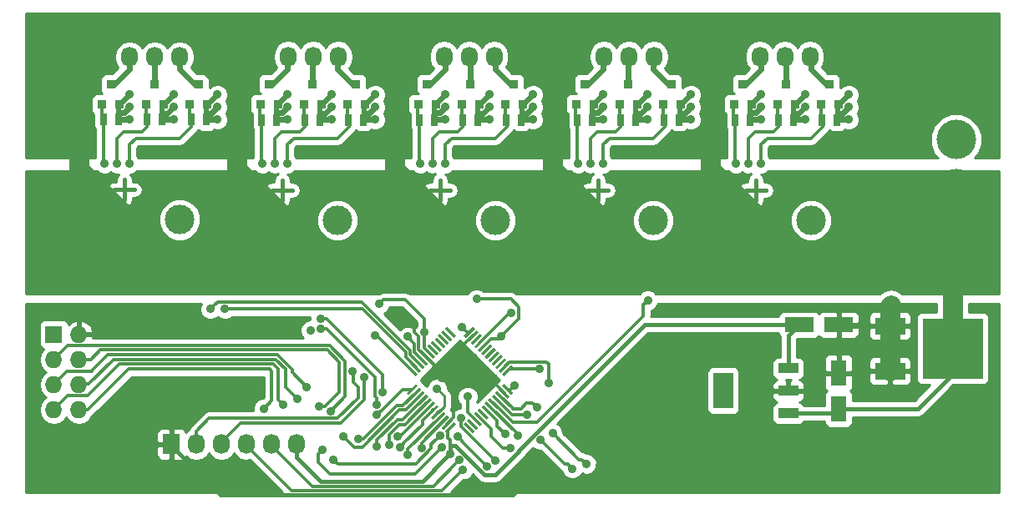
<source format=gtl>
%FSLAX46Y46*%
G04 Gerber Fmt 4.6, Leading zero omitted, Abs format (unit mm)*
G04 Created by KiCad (PCBNEW (2014-09-25 BZR 5147)-product) date fre 14 nov 2014 02:42:05*
%MOMM*%
G01*
G04 APERTURE LIST*
%ADD10C,0.100000*%
%ADD11C,0.381000*%
%ADD12R,1.600200X2.600960*%
%ADD13R,2.999740X1.501140*%
%ADD14C,2.999740*%
%ADD15R,1.727200X2.032000*%
%ADD16O,1.727200X2.032000*%
%ADD17R,1.727200X1.727200*%
%ADD18O,1.727200X1.727200*%
%ADD19R,0.914400X0.914400*%
%ADD20R,0.635000X1.143000*%
%ADD21R,2.032000X3.657600*%
%ADD22R,2.032000X1.016000*%
%ADD23R,3.048000X1.651000*%
%ADD24R,6.096000X6.096000*%
%ADD25C,4.000000*%
%ADD26C,0.889000*%
%ADD27C,2.000000*%
%ADD28C,0.400000*%
%ADD29C,0.500000*%
%ADD30C,0.600000*%
%ADD31C,0.300000*%
%ADD32C,0.254000*%
G04 APERTURE END LIST*
D10*
D11*
X108712000Y-78613000D02*
X108712000Y-76581000D01*
X107696000Y-77597000D02*
X109728000Y-77597000D01*
X124712000Y-78668000D02*
X124712000Y-76636000D01*
X123696000Y-77652000D02*
X125728000Y-77652000D01*
X140712000Y-78668000D02*
X140712000Y-76636000D01*
X139696000Y-77652000D02*
X141728000Y-77652000D01*
X156712000Y-78668000D02*
X156712000Y-76636000D01*
X155696000Y-77652000D02*
X157728000Y-77652000D01*
X172712000Y-78668000D02*
X172712000Y-76636000D01*
X171696000Y-77652000D02*
X173728000Y-77652000D01*
D12*
X181100000Y-99800860D03*
X181100000Y-96199140D03*
D13*
X181098980Y-91300000D03*
X177101020Y-91300000D03*
D14*
X114300000Y-80645000D03*
X109220000Y-80645000D03*
X130300000Y-80700000D03*
X125220000Y-80700000D03*
X146300000Y-80700000D03*
X141220000Y-80700000D03*
X162300000Y-80700000D03*
X157220000Y-80700000D03*
X178300000Y-80700000D03*
X173220000Y-80700000D03*
D15*
X113450000Y-103400000D03*
D16*
X115990000Y-103400000D03*
X118530000Y-103400000D03*
X121070000Y-103400000D03*
X123610000Y-103400000D03*
X126150000Y-103400000D03*
D17*
X101530000Y-92290000D03*
D18*
X104070000Y-92290000D03*
X101530000Y-94830000D03*
X104070000Y-94830000D03*
X101530000Y-97370000D03*
X104070000Y-97370000D03*
X101530000Y-99910000D03*
X104070000Y-99910000D03*
D15*
X106680000Y-64135000D03*
D16*
X109220000Y-64135000D03*
X111760000Y-64135000D03*
X114300000Y-64135000D03*
D15*
X122750000Y-64100000D03*
D16*
X125290000Y-64100000D03*
X127830000Y-64100000D03*
X130370000Y-64100000D03*
D15*
X138550000Y-64100000D03*
D16*
X141090000Y-64100000D03*
X143630000Y-64100000D03*
X146170000Y-64100000D03*
D15*
X154750000Y-64100000D03*
D16*
X157290000Y-64100000D03*
X159830000Y-64100000D03*
X162370000Y-64100000D03*
D15*
X170550000Y-64100000D03*
D16*
X173090000Y-64100000D03*
X175630000Y-64100000D03*
X178170000Y-64100000D03*
D19*
X108204000Y-68961000D03*
X106426000Y-68961000D03*
X107315000Y-66929000D03*
X112649000Y-68961000D03*
X110871000Y-68961000D03*
X111760000Y-66929000D03*
X117094000Y-68961000D03*
X115316000Y-68961000D03*
X116205000Y-66929000D03*
X124249000Y-68916000D03*
X122471000Y-68916000D03*
X123360000Y-66884000D03*
X128649000Y-68916000D03*
X126871000Y-68916000D03*
X127760000Y-66884000D03*
X133049000Y-68916000D03*
X131271000Y-68916000D03*
X132160000Y-66884000D03*
X140249000Y-68916000D03*
X138471000Y-68916000D03*
X139360000Y-66884000D03*
X144649000Y-68916000D03*
X142871000Y-68916000D03*
X143760000Y-66884000D03*
X149049000Y-68916000D03*
X147271000Y-68916000D03*
X148160000Y-66884000D03*
X156249000Y-68916000D03*
X154471000Y-68916000D03*
X155360000Y-66884000D03*
X160649000Y-68916000D03*
X158871000Y-68916000D03*
X159760000Y-66884000D03*
X165049000Y-68916000D03*
X163271000Y-68916000D03*
X164160000Y-66884000D03*
X172249000Y-68916000D03*
X170471000Y-68916000D03*
X171360000Y-66884000D03*
X176649000Y-68916000D03*
X174871000Y-68916000D03*
X175760000Y-66884000D03*
X181049000Y-68916000D03*
X179271000Y-68916000D03*
X180160000Y-66884000D03*
D20*
X106553000Y-70485000D03*
X108077000Y-70485000D03*
X110998000Y-70485000D03*
X112522000Y-70485000D03*
X115443000Y-70485000D03*
X116967000Y-70485000D03*
X122598000Y-70500000D03*
X124122000Y-70500000D03*
X126998000Y-70500000D03*
X128522000Y-70500000D03*
X131398000Y-70500000D03*
X132922000Y-70500000D03*
X138598000Y-70500000D03*
X140122000Y-70500000D03*
X142998000Y-70500000D03*
X144522000Y-70500000D03*
X147398000Y-70500000D03*
X148922000Y-70500000D03*
X154598000Y-70500000D03*
X156122000Y-70500000D03*
X158998000Y-70500000D03*
X160522000Y-70500000D03*
X163398000Y-70500000D03*
X164922000Y-70500000D03*
X170598000Y-70500000D03*
X172122000Y-70500000D03*
X174998000Y-70500000D03*
X176522000Y-70500000D03*
X179398000Y-70500000D03*
X180922000Y-70500000D03*
D21*
X169398000Y-98000000D03*
D22*
X176002000Y-98000000D03*
X176002000Y-95714000D03*
X176002000Y-100286000D03*
D10*
G36*
X140331009Y-92551760D02*
X141250587Y-93471338D01*
X141038653Y-93683272D01*
X140119075Y-92763694D01*
X140331009Y-92551760D01*
X140331009Y-92551760D01*
G37*
G36*
X139977186Y-92905582D02*
X140896764Y-93825160D01*
X140684830Y-94037094D01*
X139765252Y-93117516D01*
X139977186Y-92905582D01*
X139977186Y-92905582D01*
G37*
G36*
X139623364Y-93259404D02*
X140542942Y-94178982D01*
X140331008Y-94390916D01*
X139411430Y-93471338D01*
X139623364Y-93259404D01*
X139623364Y-93259404D01*
G37*
G36*
X139271338Y-93611430D02*
X140190916Y-94531008D01*
X139978982Y-94742942D01*
X139059404Y-93823364D01*
X139271338Y-93611430D01*
X139271338Y-93611430D01*
G37*
G36*
X138917516Y-93965252D02*
X139837094Y-94884830D01*
X139625160Y-95096764D01*
X138705582Y-94177186D01*
X138917516Y-93965252D01*
X138917516Y-93965252D01*
G37*
G36*
X141392475Y-91490294D02*
X142312053Y-92409872D01*
X142100119Y-92621806D01*
X141180541Y-91702228D01*
X141392475Y-91490294D01*
X141392475Y-91490294D01*
G37*
G36*
X141038653Y-91844116D02*
X141958231Y-92763694D01*
X141746297Y-92975628D01*
X140826719Y-92056050D01*
X141038653Y-91844116D01*
X141038653Y-91844116D01*
G37*
G36*
X140684831Y-92197938D02*
X141604409Y-93117516D01*
X141392475Y-93329450D01*
X140472897Y-92409872D01*
X140684831Y-92197938D01*
X140684831Y-92197938D01*
G37*
G36*
X138209872Y-97287947D02*
X138421806Y-97499881D01*
X137502228Y-98419459D01*
X137290294Y-98207525D01*
X138209872Y-97287947D01*
X138209872Y-97287947D01*
G37*
G36*
X138563694Y-97641769D02*
X138775628Y-97853703D01*
X137856050Y-98773281D01*
X137644116Y-98561347D01*
X138563694Y-97641769D01*
X138563694Y-97641769D01*
G37*
G36*
X138917516Y-97995591D02*
X139129450Y-98207525D01*
X138209872Y-99127103D01*
X137997938Y-98915169D01*
X138917516Y-97995591D01*
X138917516Y-97995591D01*
G37*
G36*
X139271338Y-98349413D02*
X139483272Y-98561347D01*
X138563694Y-99480925D01*
X138351760Y-99268991D01*
X139271338Y-98349413D01*
X139271338Y-98349413D01*
G37*
G36*
X139625160Y-98703236D02*
X139837094Y-98915170D01*
X138917516Y-99834748D01*
X138705582Y-99622814D01*
X139625160Y-98703236D01*
X139625160Y-98703236D01*
G37*
G36*
X139978982Y-99057058D02*
X140190916Y-99268992D01*
X139271338Y-100188570D01*
X139059404Y-99976636D01*
X139978982Y-99057058D01*
X139978982Y-99057058D01*
G37*
G36*
X140331008Y-99409084D02*
X140542942Y-99621018D01*
X139623364Y-100540596D01*
X139411430Y-100328662D01*
X140331008Y-99409084D01*
X140331008Y-99409084D01*
G37*
G36*
X140684830Y-99762906D02*
X140896764Y-99974840D01*
X139977186Y-100894418D01*
X139765252Y-100682484D01*
X140684830Y-99762906D01*
X140684830Y-99762906D01*
G37*
G36*
X143299881Y-101178194D02*
X144219459Y-102097772D01*
X144007525Y-102309706D01*
X143087947Y-101390128D01*
X143299881Y-101178194D01*
X143299881Y-101178194D01*
G37*
G36*
X143653703Y-100824372D02*
X144573281Y-101743950D01*
X144361347Y-101955884D01*
X143441769Y-101036306D01*
X143653703Y-100824372D01*
X143653703Y-100824372D01*
G37*
G36*
X144007525Y-100470550D02*
X144927103Y-101390128D01*
X144715169Y-101602062D01*
X143795591Y-100682484D01*
X144007525Y-100470550D01*
X144007525Y-100470550D01*
G37*
G36*
X144361347Y-100116728D02*
X145280925Y-101036306D01*
X145068991Y-101248240D01*
X144149413Y-100328662D01*
X144361347Y-100116728D01*
X144361347Y-100116728D01*
G37*
G36*
X144715170Y-99762906D02*
X145634748Y-100682484D01*
X145422814Y-100894418D01*
X144503236Y-99974840D01*
X144715170Y-99762906D01*
X144715170Y-99762906D01*
G37*
G36*
X145068992Y-99409084D02*
X145988570Y-100328662D01*
X145776636Y-100540596D01*
X144857058Y-99621018D01*
X145068992Y-99409084D01*
X145068992Y-99409084D01*
G37*
G36*
X145421018Y-99057058D02*
X146340596Y-99976636D01*
X146128662Y-100188570D01*
X145209084Y-99268992D01*
X145421018Y-99057058D01*
X145421018Y-99057058D01*
G37*
G36*
X145774840Y-98703236D02*
X146694418Y-99622814D01*
X146482484Y-99834748D01*
X145562906Y-98915170D01*
X145774840Y-98703236D01*
X145774840Y-98703236D01*
G37*
G36*
X147897772Y-95380541D02*
X148109706Y-95592475D01*
X147190128Y-96512053D01*
X146978194Y-96300119D01*
X147897772Y-95380541D01*
X147897772Y-95380541D01*
G37*
G36*
X147543950Y-95026719D02*
X147755884Y-95238653D01*
X146836306Y-96158231D01*
X146624372Y-95946297D01*
X147543950Y-95026719D01*
X147543950Y-95026719D01*
G37*
G36*
X147190128Y-94672897D02*
X147402062Y-94884831D01*
X146482484Y-95804409D01*
X146270550Y-95592475D01*
X147190128Y-94672897D01*
X147190128Y-94672897D01*
G37*
G36*
X146836306Y-94319075D02*
X147048240Y-94531009D01*
X146128662Y-95450587D01*
X145916728Y-95238653D01*
X146836306Y-94319075D01*
X146836306Y-94319075D01*
G37*
G36*
X146482484Y-93965252D02*
X146694418Y-94177186D01*
X145774840Y-95096764D01*
X145562906Y-94884830D01*
X146482484Y-93965252D01*
X146482484Y-93965252D01*
G37*
G36*
X146128662Y-93611430D02*
X146340596Y-93823364D01*
X145421018Y-94742942D01*
X145209084Y-94531008D01*
X146128662Y-93611430D01*
X146128662Y-93611430D01*
G37*
G36*
X145776636Y-93259404D02*
X145988570Y-93471338D01*
X145068992Y-94390916D01*
X144857058Y-94178982D01*
X145776636Y-93259404D01*
X145776636Y-93259404D01*
G37*
G36*
X145422814Y-92905582D02*
X145634748Y-93117516D01*
X144715170Y-94037094D01*
X144503236Y-93825160D01*
X145422814Y-92905582D01*
X145422814Y-92905582D01*
G37*
G36*
X138563694Y-94319075D02*
X139483272Y-95238653D01*
X139271338Y-95450587D01*
X138351760Y-94531009D01*
X138563694Y-94319075D01*
X138563694Y-94319075D01*
G37*
G36*
X138209872Y-94672897D02*
X139129450Y-95592475D01*
X138917516Y-95804409D01*
X137997938Y-94884831D01*
X138209872Y-94672897D01*
X138209872Y-94672897D01*
G37*
G36*
X137856050Y-95026719D02*
X138775628Y-95946297D01*
X138563694Y-96158231D01*
X137644116Y-95238653D01*
X137856050Y-95026719D01*
X137856050Y-95026719D01*
G37*
G36*
X137502228Y-95380541D02*
X138421806Y-96300119D01*
X138209872Y-96512053D01*
X137290294Y-95592475D01*
X137502228Y-95380541D01*
X137502228Y-95380541D01*
G37*
G36*
X141038653Y-100116728D02*
X141250587Y-100328662D01*
X140331009Y-101248240D01*
X140119075Y-101036306D01*
X141038653Y-100116728D01*
X141038653Y-100116728D01*
G37*
G36*
X141392475Y-100470550D02*
X141604409Y-100682484D01*
X140684831Y-101602062D01*
X140472897Y-101390128D01*
X141392475Y-100470550D01*
X141392475Y-100470550D01*
G37*
G36*
X141746297Y-100824372D02*
X141958231Y-101036306D01*
X141038653Y-101955884D01*
X140826719Y-101743950D01*
X141746297Y-100824372D01*
X141746297Y-100824372D01*
G37*
G36*
X142100119Y-101178194D02*
X142312053Y-101390128D01*
X141392475Y-102309706D01*
X141180541Y-102097772D01*
X142100119Y-101178194D01*
X142100119Y-101178194D01*
G37*
G36*
X146128662Y-98349413D02*
X147048240Y-99268991D01*
X146836306Y-99480925D01*
X145916728Y-98561347D01*
X146128662Y-98349413D01*
X146128662Y-98349413D01*
G37*
G36*
X146482484Y-97995591D02*
X147402062Y-98915169D01*
X147190128Y-99127103D01*
X146270550Y-98207525D01*
X146482484Y-97995591D01*
X146482484Y-97995591D01*
G37*
G36*
X146836306Y-97641769D02*
X147755884Y-98561347D01*
X147543950Y-98773281D01*
X146624372Y-97853703D01*
X146836306Y-97641769D01*
X146836306Y-97641769D01*
G37*
G36*
X147190128Y-97287947D02*
X148109706Y-98207525D01*
X147897772Y-98419459D01*
X146978194Y-97499881D01*
X147190128Y-97287947D01*
X147190128Y-97287947D01*
G37*
G36*
X145068991Y-92551760D02*
X145280925Y-92763694D01*
X144361347Y-93683272D01*
X144149413Y-93471338D01*
X145068991Y-92551760D01*
X145068991Y-92551760D01*
G37*
G36*
X144715169Y-92197938D02*
X144927103Y-92409872D01*
X144007525Y-93329450D01*
X143795591Y-93117516D01*
X144715169Y-92197938D01*
X144715169Y-92197938D01*
G37*
G36*
X144361347Y-91844116D02*
X144573281Y-92056050D01*
X143653703Y-92975628D01*
X143441769Y-92763694D01*
X144361347Y-91844116D01*
X144361347Y-91844116D01*
G37*
G36*
X144007525Y-91490294D02*
X144219459Y-91702228D01*
X143299881Y-92621806D01*
X143087947Y-92409872D01*
X144007525Y-91490294D01*
X144007525Y-91490294D01*
G37*
D23*
X186300000Y-91414000D03*
D24*
X192650000Y-93700000D03*
D23*
X186300000Y-95986000D03*
D25*
X193000000Y-72500000D03*
X193000000Y-77500000D03*
D26*
X109220000Y-67945000D03*
X113665000Y-67945000D03*
X118110000Y-67945000D03*
X118110000Y-69215000D03*
X118110000Y-70485000D03*
X113665000Y-69215000D03*
X113665000Y-70485000D03*
X109220000Y-69215000D03*
X109220000Y-70485000D03*
X173220000Y-70485000D03*
X173220000Y-69215000D03*
X177665000Y-70485000D03*
X177665000Y-69215000D03*
X182110000Y-70485000D03*
X182110000Y-69215000D03*
X182110000Y-67945000D03*
X177665000Y-67945000D03*
X173220000Y-67945000D03*
X157220000Y-67945000D03*
X161665000Y-67945000D03*
X166110000Y-67945000D03*
X166110000Y-69215000D03*
X166110000Y-70485000D03*
X161665000Y-69215000D03*
X161665000Y-70485000D03*
X157220000Y-69215000D03*
X157220000Y-70485000D03*
X125220000Y-70485000D03*
X125220000Y-69215000D03*
X129665000Y-70485000D03*
X129665000Y-69215000D03*
X134110000Y-70485000D03*
X134110000Y-69215000D03*
X134110000Y-67945000D03*
X129665000Y-67945000D03*
X125220000Y-67945000D03*
X141220000Y-67945000D03*
X145665000Y-67945000D03*
X150110000Y-67945000D03*
X150110000Y-69215000D03*
X150110000Y-70485000D03*
X145665000Y-69215000D03*
X145665000Y-70485000D03*
X141220000Y-69215000D03*
X141220000Y-70485000D03*
X140900000Y-96700000D03*
X142300000Y-97600000D03*
X145200000Y-97800000D03*
X144200000Y-95300000D03*
X138100000Y-91400000D03*
X186400000Y-89300000D03*
X150400000Y-106200000D03*
X141692790Y-104394593D03*
X148200000Y-97500000D03*
X142900000Y-91500000D03*
X137400000Y-92500000D03*
X139100000Y-92000000D03*
X131800000Y-96000000D03*
X134500000Y-89200000D03*
X146900000Y-92500000D03*
X133000000Y-96600000D03*
X144400000Y-88685490D03*
X147300000Y-102400000D03*
X143016816Y-105985442D03*
X148600000Y-102500000D03*
X142618045Y-105037085D03*
X129600000Y-100085490D03*
X132400000Y-102900000D03*
X128400000Y-99600000D03*
X130900000Y-102600000D03*
X127200000Y-97600000D03*
X154100000Y-105900000D03*
X150900000Y-103000000D03*
X149500000Y-100400000D03*
X126200000Y-98800000D03*
X155500000Y-105400000D03*
X152100000Y-102300000D03*
X150500000Y-99700000D03*
X142800000Y-100800000D03*
X124800000Y-99400000D03*
X129900000Y-105000000D03*
X140700000Y-102500000D03*
X146300000Y-105100000D03*
X150800000Y-95800000D03*
X122800000Y-99800000D03*
X128800000Y-104000000D03*
X140900000Y-103700000D03*
X142500000Y-102600000D03*
X145445825Y-105664645D03*
X151700000Y-97200000D03*
X106680000Y-74930000D03*
X127588544Y-91864655D03*
X143494758Y-98594758D03*
X128585480Y-91709013D03*
X107950000Y-74930000D03*
X134300000Y-99400000D03*
X109220000Y-74930000D03*
X128585480Y-90700000D03*
X134900000Y-98100000D03*
X147800000Y-103800000D03*
X122680000Y-74930000D03*
X117400000Y-89700000D03*
X123950000Y-74930000D03*
X118900000Y-89700000D03*
X125220000Y-74930000D03*
X137438554Y-104446277D03*
X138680000Y-74930000D03*
X134300840Y-103657839D03*
X139950000Y-74930000D03*
X135500000Y-103500000D03*
X141220000Y-74930000D03*
X136400000Y-102600000D03*
X154680000Y-74930000D03*
X134100000Y-92400000D03*
X155950000Y-74930000D03*
X134297762Y-100427047D03*
X157220000Y-74930000D03*
X147900000Y-90100000D03*
X170680000Y-74930000D03*
X161744758Y-88844758D03*
X171950000Y-74930000D03*
X138800000Y-103800000D03*
X173220000Y-74930000D03*
X136600000Y-103700000D03*
X140400000Y-97800000D03*
D27*
X122750000Y-64100000D02*
X122750000Y-61000000D01*
X122750000Y-61000000D02*
X123000000Y-61000000D01*
X138550000Y-64100000D02*
X138550000Y-61000000D01*
X138550000Y-61000000D02*
X139000000Y-61000000D01*
X154750000Y-64100000D02*
X154750000Y-61000000D01*
X154750000Y-61000000D02*
X155000000Y-61000000D01*
X104140000Y-65405000D02*
X104140000Y-61860000D01*
X167450000Y-61000000D02*
X170550000Y-64100000D01*
X105000000Y-61000000D02*
X123000000Y-61000000D01*
X123000000Y-61000000D02*
X139000000Y-61000000D01*
X139000000Y-61000000D02*
X155000000Y-61000000D01*
X155000000Y-61000000D02*
X167450000Y-61000000D01*
X104140000Y-61860000D02*
X105000000Y-61000000D01*
X105410000Y-64135000D02*
X104140000Y-65405000D01*
X104140000Y-65405000D02*
X104140000Y-75565000D01*
X104140000Y-75565000D02*
X109220000Y-80645000D01*
X106680000Y-64135000D02*
X105410000Y-64135000D01*
X170680000Y-64135000D02*
X169410000Y-64135000D01*
X168140000Y-75565000D02*
X173220000Y-80645000D01*
X168140000Y-65405000D02*
X168140000Y-75565000D01*
X169410000Y-64135000D02*
X168140000Y-65405000D01*
X153410000Y-64135000D02*
X152140000Y-65405000D01*
X152140000Y-65405000D02*
X152140000Y-75565000D01*
X152140000Y-75565000D02*
X157220000Y-80645000D01*
X154680000Y-64135000D02*
X153410000Y-64135000D01*
X122680000Y-64135000D02*
X121410000Y-64135000D01*
X120140000Y-75565000D02*
X125220000Y-80645000D01*
X120140000Y-65405000D02*
X120140000Y-75565000D01*
X121410000Y-64135000D02*
X120140000Y-65405000D01*
X137410000Y-64135000D02*
X136140000Y-65405000D01*
X136140000Y-65405000D02*
X136140000Y-75565000D01*
X136140000Y-75565000D02*
X141220000Y-80645000D01*
X138680000Y-64135000D02*
X137410000Y-64135000D01*
X192650000Y-86350000D02*
X192700000Y-86300000D01*
X192650000Y-93700000D02*
X192650000Y-86350000D01*
D28*
X180614860Y-100286000D02*
X181100000Y-99800860D01*
X176002000Y-100286000D02*
X180614860Y-100286000D01*
X192650000Y-96250000D02*
X192650000Y-93700000D01*
X189099140Y-99800860D02*
X192650000Y-96250000D01*
X181100000Y-99800860D02*
X189099140Y-99800860D01*
D29*
X108077000Y-69088000D02*
X108204000Y-68961000D01*
X112522000Y-69088000D02*
X112649000Y-68961000D01*
X112522000Y-69850000D02*
X112522000Y-69088000D01*
X112522000Y-70485000D02*
X112522000Y-69850000D01*
X116967000Y-69088000D02*
X117094000Y-68961000D01*
X116967000Y-69850000D02*
X116967000Y-69088000D01*
X116967000Y-70485000D02*
X116967000Y-69850000D01*
D30*
X108204000Y-68961000D02*
X109220000Y-67945000D01*
X112649000Y-68961000D02*
X113665000Y-67945000D01*
X117094000Y-68961000D02*
X118110000Y-67945000D01*
X117475000Y-69850000D02*
X118110000Y-69215000D01*
X116967000Y-69850000D02*
X117475000Y-69850000D01*
X116967000Y-70485000D02*
X118110000Y-70485000D01*
X113030000Y-69850000D02*
X113665000Y-69215000D01*
X112522000Y-69850000D02*
X113030000Y-69850000D01*
D29*
X108077000Y-70485000D02*
X108077000Y-69749991D01*
X108077000Y-69749991D02*
X108077000Y-69088000D01*
D30*
X112522000Y-70485000D02*
X113665000Y-70485000D01*
X108685009Y-69749991D02*
X109220000Y-69215000D01*
X108077000Y-69749991D02*
X108685009Y-69749991D01*
X108077000Y-70485000D02*
X109220000Y-70485000D01*
X172077000Y-70485000D02*
X173220000Y-70485000D01*
X172077000Y-69749991D02*
X172685009Y-69749991D01*
X172685009Y-69749991D02*
X173220000Y-69215000D01*
X176522000Y-70485000D02*
X177665000Y-70485000D01*
D29*
X172077000Y-69749991D02*
X172077000Y-69088000D01*
X172077000Y-70485000D02*
X172077000Y-69749991D01*
D30*
X176522000Y-69850000D02*
X177030000Y-69850000D01*
X177030000Y-69850000D02*
X177665000Y-69215000D01*
X180967000Y-70485000D02*
X182110000Y-70485000D01*
X180967000Y-69850000D02*
X181475000Y-69850000D01*
X181475000Y-69850000D02*
X182110000Y-69215000D01*
X181094000Y-68961000D02*
X182110000Y-67945000D01*
X176649000Y-68961000D02*
X177665000Y-67945000D01*
X172204000Y-68961000D02*
X173220000Y-67945000D01*
D29*
X180967000Y-70485000D02*
X180967000Y-69850000D01*
X180967000Y-69850000D02*
X180967000Y-69088000D01*
X180967000Y-69088000D02*
X181094000Y-68961000D01*
X176522000Y-70485000D02*
X176522000Y-69850000D01*
X176522000Y-69850000D02*
X176522000Y-69088000D01*
X176522000Y-69088000D02*
X176649000Y-68961000D01*
X172077000Y-69088000D02*
X172204000Y-68961000D01*
X156077000Y-69088000D02*
X156204000Y-68961000D01*
X160522000Y-69088000D02*
X160649000Y-68961000D01*
X160522000Y-69850000D02*
X160522000Y-69088000D01*
X160522000Y-70485000D02*
X160522000Y-69850000D01*
X164967000Y-69088000D02*
X165094000Y-68961000D01*
X164967000Y-69850000D02*
X164967000Y-69088000D01*
X164967000Y-70485000D02*
X164967000Y-69850000D01*
D30*
X156204000Y-68961000D02*
X157220000Y-67945000D01*
X160649000Y-68961000D02*
X161665000Y-67945000D01*
X165094000Y-68961000D02*
X166110000Y-67945000D01*
X165475000Y-69850000D02*
X166110000Y-69215000D01*
X164967000Y-69850000D02*
X165475000Y-69850000D01*
X164967000Y-70485000D02*
X166110000Y-70485000D01*
X161030000Y-69850000D02*
X161665000Y-69215000D01*
X160522000Y-69850000D02*
X161030000Y-69850000D01*
D29*
X156077000Y-70485000D02*
X156077000Y-69749991D01*
X156077000Y-69749991D02*
X156077000Y-69088000D01*
D30*
X160522000Y-70485000D02*
X161665000Y-70485000D01*
X156685009Y-69749991D02*
X157220000Y-69215000D01*
X156077000Y-69749991D02*
X156685009Y-69749991D01*
X156077000Y-70485000D02*
X157220000Y-70485000D01*
X124077000Y-70485000D02*
X125220000Y-70485000D01*
X124077000Y-69749991D02*
X124685009Y-69749991D01*
X124685009Y-69749991D02*
X125220000Y-69215000D01*
X128522000Y-70485000D02*
X129665000Y-70485000D01*
D29*
X124077000Y-69749991D02*
X124077000Y-69088000D01*
X124077000Y-70485000D02*
X124077000Y-69749991D01*
D30*
X128522000Y-69850000D02*
X129030000Y-69850000D01*
X129030000Y-69850000D02*
X129665000Y-69215000D01*
X132967000Y-70485000D02*
X134110000Y-70485000D01*
X132967000Y-69850000D02*
X133475000Y-69850000D01*
X133475000Y-69850000D02*
X134110000Y-69215000D01*
X133094000Y-68961000D02*
X134110000Y-67945000D01*
X128649000Y-68961000D02*
X129665000Y-67945000D01*
X124204000Y-68961000D02*
X125220000Y-67945000D01*
D29*
X132967000Y-70485000D02*
X132967000Y-69850000D01*
X132967000Y-69850000D02*
X132967000Y-69088000D01*
X132967000Y-69088000D02*
X133094000Y-68961000D01*
X128522000Y-70485000D02*
X128522000Y-69850000D01*
X128522000Y-69850000D02*
X128522000Y-69088000D01*
X128522000Y-69088000D02*
X128649000Y-68961000D01*
X124077000Y-69088000D02*
X124204000Y-68961000D01*
X140077000Y-69088000D02*
X140204000Y-68961000D01*
X144522000Y-69088000D02*
X144649000Y-68961000D01*
X144522000Y-69850000D02*
X144522000Y-69088000D01*
X144522000Y-70485000D02*
X144522000Y-69850000D01*
X148967000Y-69088000D02*
X149094000Y-68961000D01*
X148967000Y-69850000D02*
X148967000Y-69088000D01*
X148967000Y-70485000D02*
X148967000Y-69850000D01*
D30*
X140204000Y-68961000D02*
X141220000Y-67945000D01*
X144649000Y-68961000D02*
X145665000Y-67945000D01*
X149094000Y-68961000D02*
X150110000Y-67945000D01*
X149475000Y-69850000D02*
X150110000Y-69215000D01*
X148967000Y-69850000D02*
X149475000Y-69850000D01*
X148967000Y-70485000D02*
X150110000Y-70485000D01*
X145030000Y-69850000D02*
X145665000Y-69215000D01*
X144522000Y-69850000D02*
X145030000Y-69850000D01*
D29*
X140077000Y-70485000D02*
X140077000Y-69749991D01*
X140077000Y-69749991D02*
X140077000Y-69088000D01*
D30*
X144522000Y-70485000D02*
X145665000Y-70485000D01*
X140685009Y-69749991D02*
X141220000Y-69215000D01*
X140077000Y-69749991D02*
X140685009Y-69749991D01*
X140077000Y-70485000D02*
X141220000Y-70485000D01*
D31*
X140900000Y-96700000D02*
X140400000Y-96200000D01*
X140400000Y-96200000D02*
X140400000Y-95659670D01*
X140400000Y-95659670D02*
X139271338Y-94531008D01*
X146382603Y-97400000D02*
X147190128Y-98207525D01*
X145600000Y-97400000D02*
X146382603Y-97400000D01*
X145200000Y-97800000D02*
X145600000Y-97400000D01*
X144200000Y-95300000D02*
X143100000Y-94200000D01*
X143100000Y-94200000D02*
X143100000Y-93317397D01*
X143100000Y-93317397D02*
X144007525Y-92409872D01*
X138100000Y-92057462D02*
X138100000Y-91400000D01*
X138520010Y-92477472D02*
X138100000Y-92057462D01*
X138520010Y-93779680D02*
X138520010Y-92477472D01*
X139271338Y-94531008D02*
X138520010Y-93779680D01*
D27*
X186300000Y-95986000D02*
X186300000Y-91414000D01*
X186300000Y-89400000D02*
X186400000Y-89300000D01*
X186300000Y-91414000D02*
X186300000Y-89400000D01*
D28*
X181100000Y-91526980D02*
X181100000Y-96199140D01*
X181212980Y-91414000D02*
X181100000Y-91526980D01*
X186300000Y-91414000D02*
X181212980Y-91414000D01*
X177900000Y-98000000D02*
X179700860Y-96199140D01*
X179700860Y-96199140D02*
X181100000Y-96199140D01*
X176002000Y-98000000D02*
X177900000Y-98000000D01*
X148039970Y-108560030D02*
X149955501Y-106644499D01*
X118457630Y-108560030D02*
X148039970Y-108560030D01*
X113450000Y-103552400D02*
X118457630Y-108560030D01*
X113450000Y-103400000D02*
X113450000Y-103552400D01*
X149955501Y-106644499D02*
X150400000Y-106200000D01*
D31*
X141392475Y-101390128D02*
X142085499Y-100697104D01*
X142085499Y-100697104D02*
X142085499Y-98443118D01*
X142085499Y-98443118D02*
X142300000Y-98228617D01*
X142300000Y-98228617D02*
X142300000Y-97600000D01*
X148200000Y-97500000D02*
X147846297Y-97853703D01*
X147846297Y-97853703D02*
X147543950Y-97853703D01*
X143456050Y-92056050D02*
X143653703Y-92056050D01*
X142900000Y-91500000D02*
X143456050Y-92056050D01*
X138917516Y-94884831D02*
X138100000Y-94067315D01*
X138100000Y-94067315D02*
X138100000Y-93200000D01*
X138100000Y-93200000D02*
X137844499Y-92944499D01*
X137844499Y-92944499D02*
X137400000Y-92500000D01*
D28*
X176002000Y-92399020D02*
X177101020Y-91300000D01*
X176002000Y-95714000D02*
X176002000Y-92399020D01*
X141248291Y-104839092D02*
X141692790Y-104394593D01*
X126150000Y-103400000D02*
X126150000Y-104750000D01*
X126150000Y-104750000D02*
X128600000Y-107200000D01*
X128600000Y-107200000D02*
X138887383Y-107200000D01*
X138887383Y-107200000D02*
X141248291Y-104839092D01*
X161431462Y-91300000D02*
X148664501Y-104066961D01*
X148664501Y-104166961D02*
X146331462Y-106500000D01*
X177101020Y-91300000D02*
X161431462Y-91300000D01*
X142257255Y-103557255D02*
X141901511Y-103557255D01*
X148664501Y-104066961D02*
X148664501Y-104166961D01*
X146331462Y-106500000D02*
X145200000Y-106500000D01*
X141901511Y-103557255D02*
X141692790Y-103765976D01*
X141692790Y-103765976D02*
X141692790Y-104394593D01*
X145200000Y-106500000D02*
X142257255Y-103557255D01*
D31*
X141692790Y-102992790D02*
X141692790Y-104394593D01*
X141500000Y-101990247D02*
X141500000Y-102800000D01*
X141500000Y-102800000D02*
X141692790Y-102992790D01*
X141746297Y-101743950D02*
X141500000Y-101990247D01*
X139625160Y-94177186D02*
X139100000Y-93652026D01*
X139100000Y-93652026D02*
X139100000Y-92628617D01*
X139100000Y-92628617D02*
X139100000Y-92000000D01*
X139100000Y-91900000D02*
X139100000Y-92000000D01*
X115990000Y-102084000D02*
X117274000Y-100800000D01*
X115990000Y-103400000D02*
X115990000Y-102084000D01*
X117274000Y-100800000D02*
X130300000Y-100800000D01*
X130300000Y-100800000D02*
X132400000Y-98700000D01*
X132400000Y-98700000D02*
X132400000Y-97600000D01*
X131900000Y-96100000D02*
X131800000Y-96000000D01*
X131900000Y-97100000D02*
X131900000Y-96100000D01*
X132400000Y-97600000D02*
X131900000Y-97100000D01*
X134944499Y-88755501D02*
X137155501Y-88755501D01*
X134500000Y-89200000D02*
X134944499Y-88755501D01*
X139100000Y-90700000D02*
X139100000Y-92000000D01*
X137155501Y-88755501D02*
X139100000Y-90700000D01*
X146900000Y-92500000D02*
X146700000Y-92700000D01*
X146700000Y-92700000D02*
X145840330Y-92700000D01*
X145840330Y-92700000D02*
X145068992Y-93471338D01*
X118530000Y-103247600D02*
X120477600Y-101300000D01*
X118530000Y-103400000D02*
X118530000Y-103247600D01*
X120477600Y-101300000D02*
X130600000Y-101300000D01*
X133000000Y-98900000D02*
X133000000Y-96600000D01*
X130600000Y-101300000D02*
X133000000Y-98900000D01*
X144400000Y-88685490D02*
X147885490Y-88685490D01*
X147885490Y-88685490D02*
X148700000Y-89500000D01*
X148700000Y-90700000D02*
X146900000Y-92500000D01*
X148700000Y-89500000D02*
X148700000Y-90700000D01*
X147300000Y-102400000D02*
X146500000Y-101600000D01*
X146500000Y-101600000D02*
X146500000Y-101052026D01*
X146500000Y-101052026D02*
X145422814Y-99974840D01*
X140912238Y-108090020D02*
X125607620Y-108090020D01*
X143016816Y-105985442D02*
X140912238Y-108090020D01*
X121070000Y-103552400D02*
X121070000Y-103400000D01*
X125607620Y-108090020D02*
X121070000Y-103552400D01*
X139985120Y-107670010D02*
X142173546Y-105481584D01*
X123610000Y-103400000D02*
X123610000Y-103552400D01*
X123610000Y-103552400D02*
X127727610Y-107670010D01*
X127727610Y-107670010D02*
X139985120Y-107670010D01*
X142173546Y-105481584D02*
X142618045Y-105037085D01*
X145822814Y-99622814D02*
X145774840Y-99622814D01*
X148600000Y-102400000D02*
X145822814Y-99622814D01*
X148600000Y-102500000D02*
X148600000Y-102400000D01*
X102936399Y-93423601D02*
X129523601Y-93423601D01*
X101530000Y-94830000D02*
X102936399Y-93423601D01*
X131085499Y-98599991D02*
X129600000Y-100085490D01*
X131085499Y-94985499D02*
X131085499Y-98599991D01*
X129523601Y-93423601D02*
X131085499Y-94985499D01*
X136917397Y-99500000D02*
X138209872Y-98207525D01*
X136300000Y-99500000D02*
X136917397Y-99500000D01*
X132900000Y-102900000D02*
X136300000Y-99500000D01*
X132400000Y-102900000D02*
X132900000Y-102900000D01*
X105291314Y-94830000D02*
X106277703Y-93843611D01*
X104070000Y-94830000D02*
X105291314Y-94830000D01*
X106277703Y-93843611D02*
X129243611Y-93843611D01*
X129243611Y-93843611D02*
X130500000Y-95100000D01*
X129028028Y-99600000D02*
X128400000Y-99600000D01*
X130500000Y-98128028D02*
X129028028Y-99600000D01*
X130500000Y-95100000D02*
X130500000Y-98128028D01*
X138413835Y-98711206D02*
X138563694Y-98561347D01*
X136579990Y-99920010D02*
X137205031Y-99920010D01*
X132800000Y-103700000D02*
X136579990Y-99920010D01*
X132000000Y-103700000D02*
X132800000Y-103700000D01*
X137205031Y-99920010D02*
X138413835Y-98711206D01*
X130900000Y-102600000D02*
X132000000Y-103700000D01*
X153355501Y-105455501D02*
X150900000Y-103000000D01*
X153655501Y-105455501D02*
X153355501Y-105455501D01*
X154100000Y-105900000D02*
X153655501Y-105455501D01*
X147967315Y-100400000D02*
X146482484Y-98915169D01*
X149500000Y-100400000D02*
X147967315Y-100400000D01*
X125728149Y-96128149D02*
X127200000Y-97600000D01*
X125728149Y-95828149D02*
X125728149Y-96128149D01*
X124200000Y-94300000D02*
X125728149Y-95828149D01*
X107000000Y-94300000D02*
X124200000Y-94300000D01*
X105384600Y-95915400D02*
X107000000Y-94300000D01*
X105384600Y-96000000D02*
X105384600Y-95915400D01*
X102900000Y-96000000D02*
X105384600Y-96000000D01*
X101530000Y-97370000D02*
X102900000Y-96000000D01*
X155055501Y-104955501D02*
X154755501Y-104955501D01*
X154755501Y-104955501D02*
X152100000Y-102300000D01*
X155500000Y-105400000D02*
X155055501Y-104955501D01*
X148061297Y-99786338D02*
X146836306Y-98561347D01*
X148061297Y-99800000D02*
X148061297Y-99786338D01*
X148900000Y-99800000D02*
X148061297Y-99800000D01*
X149444499Y-99255501D02*
X148900000Y-99800000D01*
X150055501Y-99255501D02*
X149444499Y-99255501D01*
X150500000Y-99700000D02*
X150055501Y-99255501D01*
X125000000Y-97600000D02*
X126200000Y-98800000D01*
X125000000Y-95800000D02*
X125000000Y-97600000D01*
X124000000Y-94800000D02*
X125000000Y-95800000D01*
X107600000Y-94800000D02*
X124000000Y-94800000D01*
X105100000Y-97300000D02*
X107600000Y-94800000D01*
X104140000Y-97300000D02*
X105100000Y-97300000D01*
X104070000Y-97370000D02*
X104140000Y-97300000D01*
X142800000Y-101428617D02*
X142800000Y-100800000D01*
X142800000Y-101600000D02*
X142800000Y-101428617D01*
X146300000Y-105100000D02*
X142800000Y-101600000D01*
X147690247Y-95800000D02*
X147543950Y-95946297D01*
X150800000Y-95800000D02*
X147690247Y-95800000D01*
X140255501Y-102944499D02*
X140700000Y-102500000D01*
X130344499Y-105444499D02*
X138212963Y-105444499D01*
X129900000Y-105000000D02*
X130344499Y-105444499D01*
X139814501Y-103385499D02*
X140255501Y-102944499D01*
X139814501Y-103842961D02*
X139814501Y-103385499D01*
X138212963Y-105444499D02*
X139814501Y-103842961D01*
X124300000Y-98900000D02*
X124800000Y-99400000D01*
X124300000Y-95800000D02*
X124300000Y-98900000D01*
X108200000Y-95300000D02*
X123800000Y-95300000D01*
X104996399Y-98503601D02*
X108200000Y-95300000D01*
X123800000Y-95300000D02*
X124300000Y-95800000D01*
X102936399Y-98503601D02*
X104996399Y-98503601D01*
X101530000Y-99910000D02*
X102936399Y-98503601D01*
X128355501Y-104444499D02*
X128355501Y-104755501D01*
X128800000Y-104000000D02*
X128355501Y-104444499D01*
X128355501Y-104755501D02*
X128355501Y-105255501D01*
X128355501Y-105255501D02*
X129500000Y-106400000D01*
X138200000Y-106400000D02*
X140900000Y-103700000D01*
X129500000Y-106400000D02*
X138200000Y-106400000D01*
X142944499Y-103163319D02*
X145445825Y-105664645D01*
X142944499Y-103044499D02*
X142944499Y-103163319D01*
X142500000Y-102600000D02*
X142944499Y-103044499D01*
X151700000Y-97200000D02*
X151700000Y-95300000D01*
X147339987Y-95442616D02*
X147190128Y-95592475D01*
X147697104Y-95085499D02*
X147339987Y-95442616D01*
X151485499Y-95085499D02*
X147697104Y-95085499D01*
X151700000Y-95300000D02*
X151485499Y-95085499D01*
X123600000Y-96000000D02*
X123600000Y-99000000D01*
X123400000Y-95800000D02*
X123600000Y-96000000D01*
X123600000Y-99000000D02*
X122800000Y-99800000D01*
X109100000Y-95800000D02*
X123400000Y-95800000D01*
X104990000Y-99910000D02*
X109100000Y-95800000D01*
X104070000Y-99910000D02*
X104990000Y-99910000D01*
D30*
X109220000Y-65405000D02*
X109220000Y-64135000D01*
X107696000Y-66929000D02*
X109220000Y-65405000D01*
X107315000Y-66929000D02*
X107696000Y-66929000D01*
X111760000Y-66929000D02*
X111760000Y-64135000D01*
X114300000Y-65405000D02*
X114300000Y-64135000D01*
X115824000Y-66929000D02*
X114300000Y-65405000D01*
X116205000Y-66929000D02*
X115824000Y-66929000D01*
X123315000Y-66929000D02*
X123696000Y-66929000D01*
X123696000Y-66929000D02*
X125220000Y-65405000D01*
X125220000Y-65405000D02*
X125220000Y-64135000D01*
X127760000Y-66929000D02*
X127760000Y-64135000D01*
X132205000Y-66929000D02*
X131824000Y-66929000D01*
X131824000Y-66929000D02*
X130300000Y-65405000D01*
X130300000Y-65405000D02*
X130300000Y-64135000D01*
X141220000Y-65405000D02*
X141220000Y-64135000D01*
X139696000Y-66929000D02*
X141220000Y-65405000D01*
X139315000Y-66929000D02*
X139696000Y-66929000D01*
X143760000Y-66929000D02*
X143760000Y-64135000D01*
X146300000Y-65405000D02*
X146300000Y-64135000D01*
X147824000Y-66929000D02*
X146300000Y-65405000D01*
X148205000Y-66929000D02*
X147824000Y-66929000D01*
X157220000Y-65405000D02*
X157220000Y-64135000D01*
X155696000Y-66929000D02*
X157220000Y-65405000D01*
X155315000Y-66929000D02*
X155696000Y-66929000D01*
X159760000Y-66929000D02*
X159760000Y-64135000D01*
X162300000Y-65405000D02*
X162300000Y-64135000D01*
X163824000Y-66929000D02*
X162300000Y-65405000D01*
X164205000Y-66929000D02*
X163824000Y-66929000D01*
X171315000Y-66929000D02*
X171696000Y-66929000D01*
X171696000Y-66929000D02*
X173220000Y-65405000D01*
X173220000Y-65405000D02*
X173220000Y-64135000D01*
X175760000Y-66929000D02*
X175760000Y-64135000D01*
X180205000Y-66929000D02*
X179824000Y-66929000D01*
X179824000Y-66929000D02*
X178300000Y-65405000D01*
X178300000Y-65405000D02*
X178300000Y-64135000D01*
D31*
X106426000Y-70358000D02*
X106553000Y-70485000D01*
X106426000Y-68961000D02*
X106426000Y-70358000D01*
X106553000Y-74803000D02*
X106680000Y-74930000D01*
X106553000Y-70485000D02*
X106553000Y-74803000D01*
X110871000Y-70358000D02*
X110998000Y-70485000D01*
X110871000Y-68961000D02*
X110871000Y-70358000D01*
X110998000Y-70485000D02*
X110998000Y-70739000D01*
X143494758Y-99223375D02*
X143494758Y-98594758D01*
X144361347Y-101036306D02*
X143494758Y-100169717D01*
X110998000Y-70485000D02*
X110998000Y-71247000D01*
X107950000Y-72390000D02*
X107950000Y-74930000D01*
X108585000Y-71755000D02*
X107950000Y-72390000D01*
X110490000Y-71755000D02*
X108585000Y-71755000D01*
X110998000Y-71247000D02*
X110490000Y-71755000D01*
X143494758Y-100169717D02*
X143494758Y-99223375D01*
X128585480Y-91709013D02*
X129214097Y-91709013D01*
X134085499Y-96580415D02*
X134085499Y-98556882D01*
X129214097Y-91709013D02*
X134085499Y-96580415D01*
X134085499Y-98556882D02*
X134300000Y-98771383D01*
X134300000Y-98771383D02*
X134300000Y-99400000D01*
X115316000Y-70358000D02*
X115443000Y-70485000D01*
X115316000Y-68961000D02*
X115316000Y-70358000D01*
X115443000Y-70485000D02*
X115443000Y-70739000D01*
X115443000Y-71247000D02*
X114300000Y-72390000D01*
X114300000Y-72390000D02*
X109855000Y-72390000D01*
X109855000Y-72390000D02*
X109220000Y-73025000D01*
X109220000Y-73025000D02*
X109220000Y-74930000D01*
X115443000Y-70485000D02*
X115443000Y-71247000D01*
X134900000Y-96385903D02*
X134900000Y-97471383D01*
X128585480Y-90700000D02*
X129214097Y-90700000D01*
X129214097Y-90700000D02*
X134900000Y-96385903D01*
X134900000Y-97471383D02*
X134900000Y-98100000D01*
X147171383Y-103800000D02*
X147800000Y-103800000D01*
X147071383Y-103800000D02*
X147171383Y-103800000D01*
X145900000Y-102628617D02*
X147071383Y-103800000D01*
X145900000Y-101867315D02*
X145900000Y-102628617D01*
X144715169Y-100682484D02*
X145900000Y-101867315D01*
X122553000Y-70485000D02*
X122553000Y-74803000D01*
X122553000Y-74803000D02*
X122680000Y-74930000D01*
X122426000Y-68961000D02*
X122426000Y-70358000D01*
X122426000Y-70358000D02*
X122553000Y-70485000D01*
X138563694Y-95238653D02*
X137620010Y-94294969D01*
X118144499Y-88955501D02*
X117844499Y-89255501D01*
X117844499Y-89255501D02*
X117400000Y-89700000D01*
X137620010Y-94294969D02*
X137620010Y-93868565D01*
X137620010Y-93868565D02*
X132706946Y-88955501D01*
X132706946Y-88955501D02*
X118144499Y-88955501D01*
X126998000Y-70485000D02*
X126998000Y-71247000D01*
X123950000Y-72390000D02*
X123950000Y-74930000D01*
X124585000Y-71755000D02*
X123950000Y-72390000D01*
X126490000Y-71755000D02*
X124585000Y-71755000D01*
X126998000Y-71247000D02*
X126490000Y-71755000D01*
X126998000Y-70485000D02*
X126998000Y-70739000D01*
X126871000Y-68961000D02*
X126871000Y-70358000D01*
X126871000Y-70358000D02*
X126998000Y-70485000D01*
X132857462Y-89700000D02*
X119528617Y-89700000D01*
X119528617Y-89700000D02*
X118900000Y-89700000D01*
X137200000Y-94582603D02*
X137200000Y-94042538D01*
X138209872Y-95592475D02*
X137200000Y-94582603D01*
X137200000Y-94042538D02*
X132857462Y-89700000D01*
X131443000Y-70485000D02*
X131443000Y-71247000D01*
X125220000Y-73025000D02*
X125220000Y-74930000D01*
X125855000Y-72390000D02*
X125220000Y-73025000D01*
X130300000Y-72390000D02*
X125855000Y-72390000D01*
X131443000Y-71247000D02*
X130300000Y-72390000D01*
X131443000Y-70485000D02*
X131443000Y-70739000D01*
X131316000Y-68961000D02*
X131316000Y-70358000D01*
X131316000Y-70358000D02*
X131443000Y-70485000D01*
X140684831Y-100682484D02*
X137438554Y-103928761D01*
X137438554Y-103928761D02*
X137438554Y-104446277D01*
X138426000Y-70358000D02*
X138553000Y-70485000D01*
X138426000Y-68961000D02*
X138426000Y-70358000D01*
X138553000Y-74803000D02*
X138680000Y-74930000D01*
X138553000Y-70485000D02*
X138553000Y-74803000D01*
X134300840Y-103029222D02*
X134300840Y-103657839D01*
X134300840Y-102999160D02*
X134300840Y-103029222D01*
X136400000Y-100900000D02*
X134300840Y-102999160D01*
X136932685Y-100900000D02*
X136400000Y-100900000D01*
X138917516Y-98915169D02*
X136932685Y-100900000D01*
X142871000Y-70358000D02*
X142998000Y-70485000D01*
X142871000Y-68961000D02*
X142871000Y-70358000D01*
X142998000Y-70485000D02*
X142998000Y-70739000D01*
X142998000Y-71247000D02*
X142490000Y-71755000D01*
X142490000Y-71755000D02*
X140585000Y-71755000D01*
X140585000Y-71755000D02*
X139950000Y-72390000D01*
X139950000Y-72390000D02*
X139950000Y-74930000D01*
X142998000Y-70485000D02*
X142998000Y-71247000D01*
X135500000Y-102871383D02*
X135500000Y-103500000D01*
X139271338Y-99268992D02*
X137140330Y-101400000D01*
X137140330Y-101400000D02*
X136571383Y-101400000D01*
X136571383Y-101400000D02*
X135500000Y-102471383D01*
X135500000Y-102471383D02*
X135500000Y-102871383D01*
X147316000Y-70358000D02*
X147443000Y-70485000D01*
X147316000Y-68961000D02*
X147316000Y-70358000D01*
X147443000Y-70485000D02*
X147443000Y-70739000D01*
X147443000Y-71247000D02*
X146300000Y-72390000D01*
X146300000Y-72390000D02*
X141855000Y-72390000D01*
X141855000Y-72390000D02*
X141220000Y-73025000D01*
X141220000Y-73025000D02*
X141220000Y-74930000D01*
X147443000Y-70485000D02*
X147443000Y-71247000D01*
X139625160Y-99622814D02*
X136647974Y-102600000D01*
X136647974Y-102600000D02*
X136400000Y-102600000D01*
X154426000Y-70358000D02*
X154553000Y-70485000D01*
X154426000Y-68961000D02*
X154426000Y-70358000D01*
X154553000Y-74803000D02*
X154680000Y-74930000D01*
X154553000Y-70485000D02*
X154553000Y-74803000D01*
X137856050Y-95946297D02*
X134309753Y-92400000D01*
X134309753Y-92400000D02*
X134100000Y-92400000D01*
X158871000Y-70358000D02*
X158998000Y-70485000D01*
X158871000Y-68961000D02*
X158871000Y-70358000D01*
X158998000Y-70485000D02*
X158998000Y-70739000D01*
X158998000Y-70485000D02*
X158998000Y-71247000D01*
X155950000Y-72390000D02*
X155950000Y-74930000D01*
X156585000Y-71755000D02*
X155950000Y-72390000D01*
X158490000Y-71755000D02*
X156585000Y-71755000D01*
X158998000Y-71247000D02*
X158490000Y-71755000D01*
X137856050Y-97853703D02*
X136871106Y-97853703D01*
X136871106Y-97853703D02*
X134742261Y-99982548D01*
X134742261Y-99982548D02*
X134297762Y-100427047D01*
X163316000Y-70358000D02*
X163443000Y-70485000D01*
X163316000Y-68961000D02*
X163316000Y-70358000D01*
X163443000Y-70485000D02*
X163443000Y-70739000D01*
X163443000Y-71247000D02*
X162300000Y-72390000D01*
X162300000Y-72390000D02*
X157855000Y-72390000D01*
X157855000Y-72390000D02*
X157220000Y-73025000D01*
X157220000Y-73025000D02*
X157220000Y-74930000D01*
X163443000Y-70485000D02*
X163443000Y-71247000D01*
X147732685Y-90100000D02*
X147900000Y-90100000D01*
X144715169Y-93117516D02*
X147732685Y-90100000D01*
X170553000Y-70485000D02*
X170553000Y-74803000D01*
X170553000Y-74803000D02*
X170680000Y-74930000D01*
X170426000Y-68961000D02*
X170426000Y-70358000D01*
X170426000Y-70358000D02*
X170553000Y-70485000D01*
X146128662Y-99228662D02*
X146128662Y-99268992D01*
X161300259Y-89289257D02*
X161744758Y-88844758D01*
X161300259Y-90399741D02*
X161300259Y-89289257D01*
X150500000Y-101200000D02*
X161300259Y-90399741D01*
X148059670Y-101200000D02*
X150500000Y-101200000D01*
X146128662Y-99268992D02*
X148059670Y-101200000D01*
X174998000Y-70485000D02*
X174998000Y-71247000D01*
X171950000Y-72390000D02*
X171950000Y-74930000D01*
X172585000Y-71755000D02*
X171950000Y-72390000D01*
X174490000Y-71755000D02*
X172585000Y-71755000D01*
X174998000Y-71247000D02*
X174490000Y-71755000D01*
X174998000Y-70485000D02*
X174998000Y-70739000D01*
X174871000Y-68961000D02*
X174871000Y-70358000D01*
X174871000Y-70358000D02*
X174998000Y-70485000D01*
X138800000Y-103274959D02*
X138800000Y-103800000D01*
X141038653Y-101036306D02*
X138800000Y-103274959D01*
X179443000Y-70485000D02*
X179443000Y-70739000D01*
X179316000Y-68961000D02*
X179316000Y-70358000D01*
X179316000Y-70358000D02*
X179443000Y-70485000D01*
X139977186Y-99922814D02*
X139977186Y-99974840D01*
X179443000Y-71247000D02*
X178300000Y-72390000D01*
X179443000Y-70485000D02*
X179443000Y-71247000D01*
X173220000Y-73025000D02*
X173220000Y-74930000D01*
X173855000Y-72390000D02*
X173220000Y-73025000D01*
X178300000Y-72390000D02*
X173855000Y-72390000D01*
X138900000Y-101400000D02*
X137044499Y-103255501D01*
X138900000Y-101000000D02*
X138900000Y-101400000D01*
X139925160Y-99974840D02*
X138900000Y-101000000D01*
X137044499Y-103255501D02*
X136600000Y-103700000D01*
X139977186Y-99974840D02*
X139925160Y-99974840D01*
D32*
X141100000Y-99600000D02*
X141100000Y-98500000D01*
X141100000Y-98500000D02*
X140400000Y-97800000D01*
X140521197Y-100178803D02*
X141100000Y-99600000D01*
X140480867Y-100178803D02*
X140521197Y-100178803D01*
D31*
X140331008Y-100328662D02*
X140480867Y-100178803D01*
D32*
G36*
X197315000Y-88138000D02*
X187547317Y-88138000D01*
X187025687Y-87789458D01*
X186400000Y-87665000D01*
X185774312Y-87789458D01*
X185252681Y-88138000D01*
X180435240Y-88138000D01*
X180435240Y-80277211D01*
X180110910Y-79492273D01*
X179510886Y-78891200D01*
X178726515Y-78565501D01*
X177877211Y-78564760D01*
X177092273Y-78889090D01*
X176491200Y-79489114D01*
X176165501Y-80273485D01*
X176164760Y-81122789D01*
X176489090Y-81907727D01*
X177089114Y-82508800D01*
X177873485Y-82834499D01*
X178722789Y-82835240D01*
X179507727Y-82510910D01*
X180108800Y-81910886D01*
X180434499Y-81126515D01*
X180435240Y-80277211D01*
X180435240Y-88138000D01*
X164435240Y-88138000D01*
X164435240Y-80277211D01*
X164110910Y-79492273D01*
X163510886Y-78891200D01*
X162726515Y-78565501D01*
X161877211Y-78564760D01*
X161092273Y-78889090D01*
X160491200Y-79489114D01*
X160165501Y-80273485D01*
X160164760Y-81122789D01*
X160489090Y-81907727D01*
X161089114Y-82508800D01*
X161873485Y-82834499D01*
X162722789Y-82835240D01*
X163507727Y-82510910D01*
X164108800Y-81910886D01*
X164434499Y-81126515D01*
X164435240Y-80277211D01*
X164435240Y-88138000D01*
X162564545Y-88138000D01*
X162357044Y-87930136D01*
X161960426Y-87765445D01*
X161530974Y-87765071D01*
X161134069Y-87929069D01*
X160924773Y-88138000D01*
X148448158Y-88138000D01*
X148440569Y-88130411D01*
X148435240Y-88126850D01*
X148435240Y-80277211D01*
X148110910Y-79492273D01*
X147510886Y-78891200D01*
X146726515Y-78565501D01*
X145877211Y-78564760D01*
X145092273Y-78889090D01*
X144491200Y-79489114D01*
X144165501Y-80273485D01*
X144164760Y-81122789D01*
X144489090Y-81907727D01*
X145089114Y-82508800D01*
X145873485Y-82834499D01*
X146722789Y-82835240D01*
X147507727Y-82510910D01*
X148108800Y-81910886D01*
X148434499Y-81126515D01*
X148435240Y-80277211D01*
X148435240Y-88126850D01*
X148185897Y-87960245D01*
X147885490Y-87900490D01*
X145141681Y-87900490D01*
X145012286Y-87770868D01*
X144615668Y-87606177D01*
X144186216Y-87605803D01*
X143789311Y-87769801D01*
X143485378Y-88073204D01*
X143458472Y-88138000D01*
X137617158Y-88138000D01*
X137455908Y-88030256D01*
X137155501Y-87970501D01*
X134944504Y-87970501D01*
X134944499Y-87970500D01*
X134644093Y-88030256D01*
X134509021Y-88120507D01*
X134286216Y-88120313D01*
X134243410Y-88138000D01*
X132435240Y-88138000D01*
X132435240Y-80277211D01*
X132110910Y-79492273D01*
X131510886Y-78891200D01*
X130726515Y-78565501D01*
X129877211Y-78564760D01*
X129092273Y-78889090D01*
X128491200Y-79489114D01*
X128165501Y-80273485D01*
X128164760Y-81122789D01*
X128489090Y-81907727D01*
X129089114Y-82508800D01*
X129873485Y-82834499D01*
X130722789Y-82835240D01*
X131507727Y-82510910D01*
X132108800Y-81910886D01*
X132434499Y-81126515D01*
X132435240Y-80277211D01*
X132435240Y-88138000D01*
X116435240Y-88138000D01*
X116435240Y-80222211D01*
X116110910Y-79437273D01*
X115510886Y-78836200D01*
X114726515Y-78510501D01*
X113877211Y-78509760D01*
X113092273Y-78834090D01*
X112491200Y-79434114D01*
X112165501Y-80218485D01*
X112164760Y-81067789D01*
X112489090Y-81852727D01*
X113089114Y-82453800D01*
X113873485Y-82779499D01*
X114722789Y-82780240D01*
X115507727Y-82455910D01*
X116108800Y-81855886D01*
X116434499Y-81071515D01*
X116435240Y-80222211D01*
X116435240Y-88138000D01*
X98687000Y-88138000D01*
X98687000Y-75692000D01*
X105915358Y-75692000D01*
X106067714Y-75844622D01*
X106464332Y-76009313D01*
X106893784Y-76009687D01*
X107290689Y-75845689D01*
X107314776Y-75821643D01*
X107337714Y-75844622D01*
X107734332Y-76009313D01*
X108120020Y-76009648D01*
X107949337Y-76265095D01*
X107886500Y-76581000D01*
X107886500Y-76771500D01*
X107696000Y-76771500D01*
X107380095Y-76834337D01*
X107112283Y-77013283D01*
X106933337Y-77281095D01*
X106870500Y-77597000D01*
X106933337Y-77912905D01*
X107112283Y-78180717D01*
X107380095Y-78359663D01*
X107696000Y-78422500D01*
X107886500Y-78422500D01*
X107886500Y-78613000D01*
X107949337Y-78928905D01*
X108128283Y-79196717D01*
X108396095Y-79375663D01*
X108712000Y-79438500D01*
X109027905Y-79375663D01*
X109295717Y-79196717D01*
X109474663Y-78928905D01*
X109537500Y-78613000D01*
X109537500Y-78422500D01*
X109728000Y-78422500D01*
X110043905Y-78359663D01*
X110311717Y-78180717D01*
X110490663Y-77912905D01*
X110553500Y-77597000D01*
X110490663Y-77281095D01*
X110311717Y-77013283D01*
X110043905Y-76834337D01*
X109728000Y-76771500D01*
X109537500Y-76771500D01*
X109537500Y-76581000D01*
X109474663Y-76265095D01*
X109303929Y-76009573D01*
X109433784Y-76009687D01*
X109830689Y-75845689D01*
X109984646Y-75692000D01*
X121915358Y-75692000D01*
X122067714Y-75844622D01*
X122464332Y-76009313D01*
X122893784Y-76009687D01*
X123290689Y-75845689D01*
X123314776Y-75821643D01*
X123337714Y-75844622D01*
X123734332Y-76009313D01*
X124163784Y-76009687D01*
X124237807Y-75979100D01*
X124128283Y-76052283D01*
X123949337Y-76320095D01*
X123886500Y-76636000D01*
X123886500Y-76826500D01*
X123696000Y-76826500D01*
X123380095Y-76889337D01*
X123112283Y-77068283D01*
X122933337Y-77336095D01*
X122870500Y-77652000D01*
X122933337Y-77967905D01*
X123112283Y-78235717D01*
X123380095Y-78414663D01*
X123696000Y-78477500D01*
X123886500Y-78477500D01*
X123886500Y-78668000D01*
X123949337Y-78983905D01*
X124128283Y-79251717D01*
X124396095Y-79430663D01*
X124712000Y-79493500D01*
X125027905Y-79430663D01*
X125295717Y-79251717D01*
X125474663Y-78983905D01*
X125537500Y-78668000D01*
X125537500Y-78477500D01*
X125728000Y-78477500D01*
X126043905Y-78414663D01*
X126311717Y-78235717D01*
X126490663Y-77967905D01*
X126553500Y-77652000D01*
X126490663Y-77336095D01*
X126311717Y-77068283D01*
X126043905Y-76889337D01*
X125728000Y-76826500D01*
X125537500Y-76826500D01*
X125537500Y-76636000D01*
X125474663Y-76320095D01*
X125295717Y-76052283D01*
X125231704Y-76009511D01*
X125433784Y-76009687D01*
X125830689Y-75845689D01*
X125984646Y-75692000D01*
X137915358Y-75692000D01*
X138067714Y-75844622D01*
X138464332Y-76009313D01*
X138893784Y-76009687D01*
X139290689Y-75845689D01*
X139314776Y-75821643D01*
X139337714Y-75844622D01*
X139734332Y-76009313D01*
X140163784Y-76009687D01*
X140237807Y-75979100D01*
X140128283Y-76052283D01*
X139949337Y-76320095D01*
X139886500Y-76636000D01*
X139886500Y-76826500D01*
X139696000Y-76826500D01*
X139380095Y-76889337D01*
X139112283Y-77068283D01*
X138933337Y-77336095D01*
X138870500Y-77652000D01*
X138933337Y-77967905D01*
X139112283Y-78235717D01*
X139380095Y-78414663D01*
X139696000Y-78477500D01*
X139886500Y-78477500D01*
X139886500Y-78668000D01*
X139949337Y-78983905D01*
X140128283Y-79251717D01*
X140396095Y-79430663D01*
X140712000Y-79493500D01*
X141027905Y-79430663D01*
X141295717Y-79251717D01*
X141474663Y-78983905D01*
X141537500Y-78668000D01*
X141537500Y-78477500D01*
X141728000Y-78477500D01*
X142043905Y-78414663D01*
X142311717Y-78235717D01*
X142490663Y-77967905D01*
X142553500Y-77652000D01*
X142490663Y-77336095D01*
X142311717Y-77068283D01*
X142043905Y-76889337D01*
X141728000Y-76826500D01*
X141537500Y-76826500D01*
X141537500Y-76636000D01*
X141474663Y-76320095D01*
X141295717Y-76052283D01*
X141231704Y-76009511D01*
X141433784Y-76009687D01*
X141830689Y-75845689D01*
X141984646Y-75692000D01*
X153915358Y-75692000D01*
X154067714Y-75844622D01*
X154464332Y-76009313D01*
X154893784Y-76009687D01*
X155290689Y-75845689D01*
X155314776Y-75821643D01*
X155337714Y-75844622D01*
X155734332Y-76009313D01*
X156163784Y-76009687D01*
X156237807Y-75979100D01*
X156128283Y-76052283D01*
X155949337Y-76320095D01*
X155886500Y-76636000D01*
X155886500Y-76826500D01*
X155696000Y-76826500D01*
X155380095Y-76889337D01*
X155112283Y-77068283D01*
X154933337Y-77336095D01*
X154870500Y-77652000D01*
X154933337Y-77967905D01*
X155112283Y-78235717D01*
X155380095Y-78414663D01*
X155696000Y-78477500D01*
X155886500Y-78477500D01*
X155886500Y-78668000D01*
X155949337Y-78983905D01*
X156128283Y-79251717D01*
X156396095Y-79430663D01*
X156712000Y-79493500D01*
X157027905Y-79430663D01*
X157295717Y-79251717D01*
X157474663Y-78983905D01*
X157537500Y-78668000D01*
X157537500Y-78477500D01*
X157728000Y-78477500D01*
X158043905Y-78414663D01*
X158311717Y-78235717D01*
X158490663Y-77967905D01*
X158553500Y-77652000D01*
X158490663Y-77336095D01*
X158311717Y-77068283D01*
X158043905Y-76889337D01*
X157728000Y-76826500D01*
X157537500Y-76826500D01*
X157537500Y-76636000D01*
X157474663Y-76320095D01*
X157295717Y-76052283D01*
X157231704Y-76009511D01*
X157433784Y-76009687D01*
X157830689Y-75845689D01*
X157984646Y-75692000D01*
X169915358Y-75692000D01*
X170067714Y-75844622D01*
X170464332Y-76009313D01*
X170893784Y-76009687D01*
X171290689Y-75845689D01*
X171314776Y-75821643D01*
X171337714Y-75844622D01*
X171734332Y-76009313D01*
X172163784Y-76009687D01*
X172237807Y-75979100D01*
X172128283Y-76052283D01*
X171949337Y-76320095D01*
X171886500Y-76636000D01*
X171886500Y-76826500D01*
X171696000Y-76826500D01*
X171380095Y-76889337D01*
X171112283Y-77068283D01*
X170933337Y-77336095D01*
X170870500Y-77652000D01*
X170933337Y-77967905D01*
X171112283Y-78235717D01*
X171380095Y-78414663D01*
X171696000Y-78477500D01*
X171886500Y-78477500D01*
X171886500Y-78668000D01*
X171949337Y-78983905D01*
X172128283Y-79251717D01*
X172396095Y-79430663D01*
X172712000Y-79493500D01*
X173027905Y-79430663D01*
X173295717Y-79251717D01*
X173474663Y-78983905D01*
X173537500Y-78668000D01*
X173537500Y-78477500D01*
X173728000Y-78477500D01*
X174043905Y-78414663D01*
X174311717Y-78235717D01*
X174490663Y-77967905D01*
X174553500Y-77652000D01*
X174490663Y-77336095D01*
X174311717Y-77068283D01*
X174043905Y-76889337D01*
X173728000Y-76826500D01*
X173537500Y-76826500D01*
X173537500Y-76636000D01*
X173474663Y-76320095D01*
X173295717Y-76052283D01*
X173231704Y-76009511D01*
X173433784Y-76009687D01*
X173830689Y-75845689D01*
X173984646Y-75692000D01*
X197315000Y-75692000D01*
X197315000Y-88138000D01*
X197315000Y-88138000D01*
G37*
X197315000Y-88138000D02*
X187547317Y-88138000D01*
X187025687Y-87789458D01*
X186400000Y-87665000D01*
X185774312Y-87789458D01*
X185252681Y-88138000D01*
X180435240Y-88138000D01*
X180435240Y-80277211D01*
X180110910Y-79492273D01*
X179510886Y-78891200D01*
X178726515Y-78565501D01*
X177877211Y-78564760D01*
X177092273Y-78889090D01*
X176491200Y-79489114D01*
X176165501Y-80273485D01*
X176164760Y-81122789D01*
X176489090Y-81907727D01*
X177089114Y-82508800D01*
X177873485Y-82834499D01*
X178722789Y-82835240D01*
X179507727Y-82510910D01*
X180108800Y-81910886D01*
X180434499Y-81126515D01*
X180435240Y-80277211D01*
X180435240Y-88138000D01*
X164435240Y-88138000D01*
X164435240Y-80277211D01*
X164110910Y-79492273D01*
X163510886Y-78891200D01*
X162726515Y-78565501D01*
X161877211Y-78564760D01*
X161092273Y-78889090D01*
X160491200Y-79489114D01*
X160165501Y-80273485D01*
X160164760Y-81122789D01*
X160489090Y-81907727D01*
X161089114Y-82508800D01*
X161873485Y-82834499D01*
X162722789Y-82835240D01*
X163507727Y-82510910D01*
X164108800Y-81910886D01*
X164434499Y-81126515D01*
X164435240Y-80277211D01*
X164435240Y-88138000D01*
X162564545Y-88138000D01*
X162357044Y-87930136D01*
X161960426Y-87765445D01*
X161530974Y-87765071D01*
X161134069Y-87929069D01*
X160924773Y-88138000D01*
X148448158Y-88138000D01*
X148440569Y-88130411D01*
X148435240Y-88126850D01*
X148435240Y-80277211D01*
X148110910Y-79492273D01*
X147510886Y-78891200D01*
X146726515Y-78565501D01*
X145877211Y-78564760D01*
X145092273Y-78889090D01*
X144491200Y-79489114D01*
X144165501Y-80273485D01*
X144164760Y-81122789D01*
X144489090Y-81907727D01*
X145089114Y-82508800D01*
X145873485Y-82834499D01*
X146722789Y-82835240D01*
X147507727Y-82510910D01*
X148108800Y-81910886D01*
X148434499Y-81126515D01*
X148435240Y-80277211D01*
X148435240Y-88126850D01*
X148185897Y-87960245D01*
X147885490Y-87900490D01*
X145141681Y-87900490D01*
X145012286Y-87770868D01*
X144615668Y-87606177D01*
X144186216Y-87605803D01*
X143789311Y-87769801D01*
X143485378Y-88073204D01*
X143458472Y-88138000D01*
X137617158Y-88138000D01*
X137455908Y-88030256D01*
X137155501Y-87970501D01*
X134944504Y-87970501D01*
X134944499Y-87970500D01*
X134644093Y-88030256D01*
X134509021Y-88120507D01*
X134286216Y-88120313D01*
X134243410Y-88138000D01*
X132435240Y-88138000D01*
X132435240Y-80277211D01*
X132110910Y-79492273D01*
X131510886Y-78891200D01*
X130726515Y-78565501D01*
X129877211Y-78564760D01*
X129092273Y-78889090D01*
X128491200Y-79489114D01*
X128165501Y-80273485D01*
X128164760Y-81122789D01*
X128489090Y-81907727D01*
X129089114Y-82508800D01*
X129873485Y-82834499D01*
X130722789Y-82835240D01*
X131507727Y-82510910D01*
X132108800Y-81910886D01*
X132434499Y-81126515D01*
X132435240Y-80277211D01*
X132435240Y-88138000D01*
X116435240Y-88138000D01*
X116435240Y-80222211D01*
X116110910Y-79437273D01*
X115510886Y-78836200D01*
X114726515Y-78510501D01*
X113877211Y-78509760D01*
X113092273Y-78834090D01*
X112491200Y-79434114D01*
X112165501Y-80218485D01*
X112164760Y-81067789D01*
X112489090Y-81852727D01*
X113089114Y-82453800D01*
X113873485Y-82779499D01*
X114722789Y-82780240D01*
X115507727Y-82455910D01*
X116108800Y-81855886D01*
X116434499Y-81071515D01*
X116435240Y-80222211D01*
X116435240Y-88138000D01*
X98687000Y-88138000D01*
X98687000Y-75692000D01*
X105915358Y-75692000D01*
X106067714Y-75844622D01*
X106464332Y-76009313D01*
X106893784Y-76009687D01*
X107290689Y-75845689D01*
X107314776Y-75821643D01*
X107337714Y-75844622D01*
X107734332Y-76009313D01*
X108120020Y-76009648D01*
X107949337Y-76265095D01*
X107886500Y-76581000D01*
X107886500Y-76771500D01*
X107696000Y-76771500D01*
X107380095Y-76834337D01*
X107112283Y-77013283D01*
X106933337Y-77281095D01*
X106870500Y-77597000D01*
X106933337Y-77912905D01*
X107112283Y-78180717D01*
X107380095Y-78359663D01*
X107696000Y-78422500D01*
X107886500Y-78422500D01*
X107886500Y-78613000D01*
X107949337Y-78928905D01*
X108128283Y-79196717D01*
X108396095Y-79375663D01*
X108712000Y-79438500D01*
X109027905Y-79375663D01*
X109295717Y-79196717D01*
X109474663Y-78928905D01*
X109537500Y-78613000D01*
X109537500Y-78422500D01*
X109728000Y-78422500D01*
X110043905Y-78359663D01*
X110311717Y-78180717D01*
X110490663Y-77912905D01*
X110553500Y-77597000D01*
X110490663Y-77281095D01*
X110311717Y-77013283D01*
X110043905Y-76834337D01*
X109728000Y-76771500D01*
X109537500Y-76771500D01*
X109537500Y-76581000D01*
X109474663Y-76265095D01*
X109303929Y-76009573D01*
X109433784Y-76009687D01*
X109830689Y-75845689D01*
X109984646Y-75692000D01*
X121915358Y-75692000D01*
X122067714Y-75844622D01*
X122464332Y-76009313D01*
X122893784Y-76009687D01*
X123290689Y-75845689D01*
X123314776Y-75821643D01*
X123337714Y-75844622D01*
X123734332Y-76009313D01*
X124163784Y-76009687D01*
X124237807Y-75979100D01*
X124128283Y-76052283D01*
X123949337Y-76320095D01*
X123886500Y-76636000D01*
X123886500Y-76826500D01*
X123696000Y-76826500D01*
X123380095Y-76889337D01*
X123112283Y-77068283D01*
X122933337Y-77336095D01*
X122870500Y-77652000D01*
X122933337Y-77967905D01*
X123112283Y-78235717D01*
X123380095Y-78414663D01*
X123696000Y-78477500D01*
X123886500Y-78477500D01*
X123886500Y-78668000D01*
X123949337Y-78983905D01*
X124128283Y-79251717D01*
X124396095Y-79430663D01*
X124712000Y-79493500D01*
X125027905Y-79430663D01*
X125295717Y-79251717D01*
X125474663Y-78983905D01*
X125537500Y-78668000D01*
X125537500Y-78477500D01*
X125728000Y-78477500D01*
X126043905Y-78414663D01*
X126311717Y-78235717D01*
X126490663Y-77967905D01*
X126553500Y-77652000D01*
X126490663Y-77336095D01*
X126311717Y-77068283D01*
X126043905Y-76889337D01*
X125728000Y-76826500D01*
X125537500Y-76826500D01*
X125537500Y-76636000D01*
X125474663Y-76320095D01*
X125295717Y-76052283D01*
X125231704Y-76009511D01*
X125433784Y-76009687D01*
X125830689Y-75845689D01*
X125984646Y-75692000D01*
X137915358Y-75692000D01*
X138067714Y-75844622D01*
X138464332Y-76009313D01*
X138893784Y-76009687D01*
X139290689Y-75845689D01*
X139314776Y-75821643D01*
X139337714Y-75844622D01*
X139734332Y-76009313D01*
X140163784Y-76009687D01*
X140237807Y-75979100D01*
X140128283Y-76052283D01*
X139949337Y-76320095D01*
X139886500Y-76636000D01*
X139886500Y-76826500D01*
X139696000Y-76826500D01*
X139380095Y-76889337D01*
X139112283Y-77068283D01*
X138933337Y-77336095D01*
X138870500Y-77652000D01*
X138933337Y-77967905D01*
X139112283Y-78235717D01*
X139380095Y-78414663D01*
X139696000Y-78477500D01*
X139886500Y-78477500D01*
X139886500Y-78668000D01*
X139949337Y-78983905D01*
X140128283Y-79251717D01*
X140396095Y-79430663D01*
X140712000Y-79493500D01*
X141027905Y-79430663D01*
X141295717Y-79251717D01*
X141474663Y-78983905D01*
X141537500Y-78668000D01*
X141537500Y-78477500D01*
X141728000Y-78477500D01*
X142043905Y-78414663D01*
X142311717Y-78235717D01*
X142490663Y-77967905D01*
X142553500Y-77652000D01*
X142490663Y-77336095D01*
X142311717Y-77068283D01*
X142043905Y-76889337D01*
X141728000Y-76826500D01*
X141537500Y-76826500D01*
X141537500Y-76636000D01*
X141474663Y-76320095D01*
X141295717Y-76052283D01*
X141231704Y-76009511D01*
X141433784Y-76009687D01*
X141830689Y-75845689D01*
X141984646Y-75692000D01*
X153915358Y-75692000D01*
X154067714Y-75844622D01*
X154464332Y-76009313D01*
X154893784Y-76009687D01*
X155290689Y-75845689D01*
X155314776Y-75821643D01*
X155337714Y-75844622D01*
X155734332Y-76009313D01*
X156163784Y-76009687D01*
X156237807Y-75979100D01*
X156128283Y-76052283D01*
X155949337Y-76320095D01*
X155886500Y-76636000D01*
X155886500Y-76826500D01*
X155696000Y-76826500D01*
X155380095Y-76889337D01*
X155112283Y-77068283D01*
X154933337Y-77336095D01*
X154870500Y-77652000D01*
X154933337Y-77967905D01*
X155112283Y-78235717D01*
X155380095Y-78414663D01*
X155696000Y-78477500D01*
X155886500Y-78477500D01*
X155886500Y-78668000D01*
X155949337Y-78983905D01*
X156128283Y-79251717D01*
X156396095Y-79430663D01*
X156712000Y-79493500D01*
X157027905Y-79430663D01*
X157295717Y-79251717D01*
X157474663Y-78983905D01*
X157537500Y-78668000D01*
X157537500Y-78477500D01*
X157728000Y-78477500D01*
X158043905Y-78414663D01*
X158311717Y-78235717D01*
X158490663Y-77967905D01*
X158553500Y-77652000D01*
X158490663Y-77336095D01*
X158311717Y-77068283D01*
X158043905Y-76889337D01*
X157728000Y-76826500D01*
X157537500Y-76826500D01*
X157537500Y-76636000D01*
X157474663Y-76320095D01*
X157295717Y-76052283D01*
X157231704Y-76009511D01*
X157433784Y-76009687D01*
X157830689Y-75845689D01*
X157984646Y-75692000D01*
X169915358Y-75692000D01*
X170067714Y-75844622D01*
X170464332Y-76009313D01*
X170893784Y-76009687D01*
X171290689Y-75845689D01*
X171314776Y-75821643D01*
X171337714Y-75844622D01*
X171734332Y-76009313D01*
X172163784Y-76009687D01*
X172237807Y-75979100D01*
X172128283Y-76052283D01*
X171949337Y-76320095D01*
X171886500Y-76636000D01*
X171886500Y-76826500D01*
X171696000Y-76826500D01*
X171380095Y-76889337D01*
X171112283Y-77068283D01*
X170933337Y-77336095D01*
X170870500Y-77652000D01*
X170933337Y-77967905D01*
X171112283Y-78235717D01*
X171380095Y-78414663D01*
X171696000Y-78477500D01*
X171886500Y-78477500D01*
X171886500Y-78668000D01*
X171949337Y-78983905D01*
X172128283Y-79251717D01*
X172396095Y-79430663D01*
X172712000Y-79493500D01*
X173027905Y-79430663D01*
X173295717Y-79251717D01*
X173474663Y-78983905D01*
X173537500Y-78668000D01*
X173537500Y-78477500D01*
X173728000Y-78477500D01*
X174043905Y-78414663D01*
X174311717Y-78235717D01*
X174490663Y-77967905D01*
X174553500Y-77652000D01*
X174490663Y-77336095D01*
X174311717Y-77068283D01*
X174043905Y-76889337D01*
X173728000Y-76826500D01*
X173537500Y-76826500D01*
X173537500Y-76636000D01*
X173474663Y-76320095D01*
X173295717Y-76052283D01*
X173231704Y-76009511D01*
X173433784Y-76009687D01*
X173830689Y-75845689D01*
X173984646Y-75692000D01*
X197315000Y-75692000D01*
X197315000Y-88138000D01*
G36*
X197315000Y-74373000D02*
X194853437Y-74373000D01*
X195232542Y-73994557D01*
X195634542Y-73026433D01*
X195635457Y-71978166D01*
X195235147Y-71009342D01*
X194494557Y-70267458D01*
X193526433Y-69865458D01*
X192478166Y-69864543D01*
X191509342Y-70264853D01*
X190767458Y-71005443D01*
X190365458Y-71973567D01*
X190364543Y-73021834D01*
X190764853Y-73990658D01*
X191146528Y-74373000D01*
X174157872Y-74373000D01*
X174135689Y-74319311D01*
X174005000Y-74188393D01*
X174005000Y-73350158D01*
X174180158Y-73175000D01*
X178300000Y-73175000D01*
X178600406Y-73115245D01*
X178600407Y-73115245D01*
X178855079Y-72945079D01*
X179998079Y-71802079D01*
X180168245Y-71547407D01*
X180168245Y-71547406D01*
X180170590Y-71535615D01*
X180244801Y-71609827D01*
X180478190Y-71706500D01*
X180730809Y-71706500D01*
X181365809Y-71706500D01*
X181599198Y-71609827D01*
X181717952Y-71491073D01*
X181894332Y-71564313D01*
X182323784Y-71564687D01*
X182720689Y-71400689D01*
X183024622Y-71097286D01*
X183189313Y-70700668D01*
X183189687Y-70271216D01*
X183025689Y-69874311D01*
X183001643Y-69850223D01*
X183024622Y-69827286D01*
X183189313Y-69430668D01*
X183189687Y-69001216D01*
X183025689Y-68604311D01*
X183001643Y-68580223D01*
X183024622Y-68557286D01*
X183189313Y-68160668D01*
X183189687Y-67731216D01*
X183025689Y-67334311D01*
X182722286Y-67030378D01*
X182325668Y-66865687D01*
X181896216Y-66865313D01*
X181499311Y-67029311D01*
X181252200Y-67275991D01*
X181252200Y-67214891D01*
X181252200Y-66300491D01*
X181155527Y-66067102D01*
X180976899Y-65888473D01*
X180743510Y-65791800D01*
X180490891Y-65791800D01*
X180009090Y-65791800D01*
X179362664Y-65145374D01*
X179554526Y-64858234D01*
X179668600Y-64284745D01*
X179668600Y-63915255D01*
X179554526Y-63341766D01*
X179229670Y-62855585D01*
X178743489Y-62530729D01*
X178170000Y-62416655D01*
X177596511Y-62530729D01*
X177110330Y-62855585D01*
X176900000Y-63170365D01*
X176689670Y-62855585D01*
X176203489Y-62530729D01*
X175630000Y-62416655D01*
X175056511Y-62530729D01*
X174570330Y-62855585D01*
X174360000Y-63170365D01*
X174149670Y-62855585D01*
X173663489Y-62530729D01*
X173090000Y-62416655D01*
X172516511Y-62530729D01*
X172030330Y-62855585D01*
X171705474Y-63341766D01*
X171591400Y-63915255D01*
X171591400Y-64284745D01*
X171705474Y-64858234D01*
X172001476Y-65301233D01*
X171510910Y-65791800D01*
X170776491Y-65791800D01*
X170543102Y-65888473D01*
X170364473Y-66067101D01*
X170267800Y-66300490D01*
X170267800Y-66553109D01*
X170267800Y-67467509D01*
X170364473Y-67700898D01*
X170487374Y-67823800D01*
X169887491Y-67823800D01*
X169654102Y-67920473D01*
X169475473Y-68099101D01*
X169378800Y-68332490D01*
X169378800Y-68585109D01*
X169378800Y-69499509D01*
X169475473Y-69732898D01*
X169641000Y-69898425D01*
X169641000Y-70358000D01*
X169645500Y-70380622D01*
X169645500Y-71197809D01*
X169742173Y-71431198D01*
X169768000Y-71457025D01*
X169768000Y-74315096D01*
X169765378Y-74317714D01*
X169742421Y-74373000D01*
X158157872Y-74373000D01*
X158135689Y-74319311D01*
X158005000Y-74188393D01*
X158005000Y-73350158D01*
X158180158Y-73175000D01*
X162300000Y-73175000D01*
X162600406Y-73115245D01*
X162600407Y-73115245D01*
X162855079Y-72945079D01*
X163998079Y-71802079D01*
X164168245Y-71547407D01*
X164168245Y-71547406D01*
X164170590Y-71535615D01*
X164244801Y-71609827D01*
X164478190Y-71706500D01*
X164730809Y-71706500D01*
X165365809Y-71706500D01*
X165599198Y-71609827D01*
X165717952Y-71491073D01*
X165894332Y-71564313D01*
X166323784Y-71564687D01*
X166720689Y-71400689D01*
X167024622Y-71097286D01*
X167189313Y-70700668D01*
X167189687Y-70271216D01*
X167025689Y-69874311D01*
X167001643Y-69850223D01*
X167024622Y-69827286D01*
X167189313Y-69430668D01*
X167189687Y-69001216D01*
X167025689Y-68604311D01*
X167001643Y-68580223D01*
X167024622Y-68557286D01*
X167189313Y-68160668D01*
X167189687Y-67731216D01*
X167025689Y-67334311D01*
X166722286Y-67030378D01*
X166325668Y-66865687D01*
X165896216Y-66865313D01*
X165499311Y-67029311D01*
X165252200Y-67275991D01*
X165252200Y-67214891D01*
X165252200Y-66300491D01*
X165155527Y-66067102D01*
X164976899Y-65888473D01*
X164743510Y-65791800D01*
X164490891Y-65791800D01*
X164009090Y-65791800D01*
X163482555Y-65265265D01*
X163754526Y-64858234D01*
X163868600Y-64284745D01*
X163868600Y-63915255D01*
X163754526Y-63341766D01*
X163429670Y-62855585D01*
X162943489Y-62530729D01*
X162370000Y-62416655D01*
X161796511Y-62530729D01*
X161310330Y-62855585D01*
X161100000Y-63170365D01*
X160889670Y-62855585D01*
X160403489Y-62530729D01*
X159830000Y-62416655D01*
X159256511Y-62530729D01*
X158770330Y-62855585D01*
X158560000Y-63170365D01*
X158349670Y-62855585D01*
X157863489Y-62530729D01*
X157290000Y-62416655D01*
X156716511Y-62530729D01*
X156230330Y-62855585D01*
X155905474Y-63341766D01*
X155791400Y-63915255D01*
X155791400Y-64284745D01*
X155905474Y-64858234D01*
X156121368Y-65181341D01*
X155510910Y-65791800D01*
X154776491Y-65791800D01*
X154543102Y-65888473D01*
X154364473Y-66067101D01*
X154267800Y-66300490D01*
X154267800Y-66553109D01*
X154267800Y-67467509D01*
X154364473Y-67700898D01*
X154487374Y-67823800D01*
X153887491Y-67823800D01*
X153654102Y-67920473D01*
X153475473Y-68099101D01*
X153378800Y-68332490D01*
X153378800Y-68585109D01*
X153378800Y-69499509D01*
X153475473Y-69732898D01*
X153641000Y-69898425D01*
X153641000Y-70358000D01*
X153645500Y-70380622D01*
X153645500Y-71197809D01*
X153742173Y-71431198D01*
X153768000Y-71457025D01*
X153768000Y-74315096D01*
X153765378Y-74317714D01*
X153742421Y-74373000D01*
X142157872Y-74373000D01*
X142135689Y-74319311D01*
X142005000Y-74188393D01*
X142005000Y-73350158D01*
X142180158Y-73175000D01*
X146300000Y-73175000D01*
X146600406Y-73115245D01*
X146600407Y-73115245D01*
X146855079Y-72945079D01*
X147998079Y-71802079D01*
X148168245Y-71547407D01*
X148168245Y-71547406D01*
X148170590Y-71535615D01*
X148244801Y-71609827D01*
X148478190Y-71706500D01*
X148730809Y-71706500D01*
X149365809Y-71706500D01*
X149599198Y-71609827D01*
X149717952Y-71491073D01*
X149894332Y-71564313D01*
X150323784Y-71564687D01*
X150720689Y-71400689D01*
X151024622Y-71097286D01*
X151189313Y-70700668D01*
X151189687Y-70271216D01*
X151025689Y-69874311D01*
X151001643Y-69850223D01*
X151024622Y-69827286D01*
X151189313Y-69430668D01*
X151189687Y-69001216D01*
X151025689Y-68604311D01*
X151001643Y-68580223D01*
X151024622Y-68557286D01*
X151189313Y-68160668D01*
X151189687Y-67731216D01*
X151025689Y-67334311D01*
X150722286Y-67030378D01*
X150325668Y-66865687D01*
X149896216Y-66865313D01*
X149499311Y-67029311D01*
X149252200Y-67275991D01*
X149252200Y-67214891D01*
X149252200Y-66300491D01*
X149155527Y-66067102D01*
X148976899Y-65888473D01*
X148743510Y-65791800D01*
X148490891Y-65791800D01*
X148009090Y-65791800D01*
X147362664Y-65145374D01*
X147554526Y-64858234D01*
X147668600Y-64284745D01*
X147668600Y-63915255D01*
X147554526Y-63341766D01*
X147229670Y-62855585D01*
X146743489Y-62530729D01*
X146170000Y-62416655D01*
X145596511Y-62530729D01*
X145110330Y-62855585D01*
X144900000Y-63170365D01*
X144689670Y-62855585D01*
X144203489Y-62530729D01*
X143630000Y-62416655D01*
X143056511Y-62530729D01*
X142570330Y-62855585D01*
X142360000Y-63170365D01*
X142149670Y-62855585D01*
X141663489Y-62530729D01*
X141090000Y-62416655D01*
X140516511Y-62530729D01*
X140030330Y-62855585D01*
X139705474Y-63341766D01*
X139591400Y-63915255D01*
X139591400Y-64284745D01*
X139705474Y-64858234D01*
X140001476Y-65301233D01*
X139510910Y-65791800D01*
X138776491Y-65791800D01*
X138543102Y-65888473D01*
X138364473Y-66067101D01*
X138267800Y-66300490D01*
X138267800Y-66553109D01*
X138267800Y-67467509D01*
X138364473Y-67700898D01*
X138487374Y-67823800D01*
X137887491Y-67823800D01*
X137654102Y-67920473D01*
X137475473Y-68099101D01*
X137378800Y-68332490D01*
X137378800Y-68585109D01*
X137378800Y-69499509D01*
X137475473Y-69732898D01*
X137641000Y-69898425D01*
X137641000Y-70358000D01*
X137645500Y-70380622D01*
X137645500Y-71197809D01*
X137742173Y-71431198D01*
X137768000Y-71457025D01*
X137768000Y-74315096D01*
X137765378Y-74317714D01*
X137742421Y-74373000D01*
X126157872Y-74373000D01*
X126135689Y-74319311D01*
X126005000Y-74188393D01*
X126005000Y-73350158D01*
X126180158Y-73175000D01*
X130300000Y-73175000D01*
X130600406Y-73115245D01*
X130600407Y-73115245D01*
X130855079Y-72945079D01*
X131998079Y-71802079D01*
X132168245Y-71547407D01*
X132168245Y-71547406D01*
X132170590Y-71535615D01*
X132244801Y-71609827D01*
X132478190Y-71706500D01*
X132730809Y-71706500D01*
X133365809Y-71706500D01*
X133599198Y-71609827D01*
X133717952Y-71491073D01*
X133894332Y-71564313D01*
X134323784Y-71564687D01*
X134720689Y-71400689D01*
X135024622Y-71097286D01*
X135189313Y-70700668D01*
X135189687Y-70271216D01*
X135025689Y-69874311D01*
X135001643Y-69850223D01*
X135024622Y-69827286D01*
X135189313Y-69430668D01*
X135189687Y-69001216D01*
X135025689Y-68604311D01*
X135001643Y-68580223D01*
X135024622Y-68557286D01*
X135189313Y-68160668D01*
X135189687Y-67731216D01*
X135025689Y-67334311D01*
X134722286Y-67030378D01*
X134325668Y-66865687D01*
X133896216Y-66865313D01*
X133499311Y-67029311D01*
X133252200Y-67275991D01*
X133252200Y-67214891D01*
X133252200Y-66300491D01*
X133155527Y-66067102D01*
X132976899Y-65888473D01*
X132743510Y-65791800D01*
X132490891Y-65791800D01*
X132009090Y-65791800D01*
X131482555Y-65265265D01*
X131754526Y-64858234D01*
X131868600Y-64284745D01*
X131868600Y-63915255D01*
X131754526Y-63341766D01*
X131429670Y-62855585D01*
X130943489Y-62530729D01*
X130370000Y-62416655D01*
X129796511Y-62530729D01*
X129310330Y-62855585D01*
X129100000Y-63170365D01*
X128889670Y-62855585D01*
X128403489Y-62530729D01*
X127830000Y-62416655D01*
X127256511Y-62530729D01*
X126770330Y-62855585D01*
X126560000Y-63170365D01*
X126349670Y-62855585D01*
X125863489Y-62530729D01*
X125290000Y-62416655D01*
X124716511Y-62530729D01*
X124230330Y-62855585D01*
X123905474Y-63341766D01*
X123791400Y-63915255D01*
X123791400Y-64284745D01*
X123905474Y-64858234D01*
X124121368Y-65181341D01*
X123510910Y-65791800D01*
X122776491Y-65791800D01*
X122543102Y-65888473D01*
X122364473Y-66067101D01*
X122267800Y-66300490D01*
X122267800Y-66553109D01*
X122267800Y-67467509D01*
X122364473Y-67700898D01*
X122487374Y-67823800D01*
X121887491Y-67823800D01*
X121654102Y-67920473D01*
X121475473Y-68099101D01*
X121378800Y-68332490D01*
X121378800Y-68585109D01*
X121378800Y-69499509D01*
X121475473Y-69732898D01*
X121641000Y-69898425D01*
X121641000Y-70358000D01*
X121645500Y-70380622D01*
X121645500Y-71197809D01*
X121742173Y-71431198D01*
X121768000Y-71457025D01*
X121768000Y-74315096D01*
X121765378Y-74317714D01*
X121742421Y-74373000D01*
X110157872Y-74373000D01*
X110135689Y-74319311D01*
X110005000Y-74188393D01*
X110005000Y-73350158D01*
X110180158Y-73175000D01*
X114300000Y-73175000D01*
X114600406Y-73115245D01*
X114600407Y-73115245D01*
X114855079Y-72945079D01*
X115998079Y-71802079D01*
X116168245Y-71547407D01*
X116168245Y-71547406D01*
X116168400Y-71546624D01*
X116204999Y-71510025D01*
X116289801Y-71594827D01*
X116523190Y-71691500D01*
X116775809Y-71691500D01*
X117410809Y-71691500D01*
X117644198Y-71594827D01*
X117739150Y-71499875D01*
X117894332Y-71564313D01*
X118323784Y-71564687D01*
X118720689Y-71400689D01*
X119024622Y-71097286D01*
X119189313Y-70700668D01*
X119189687Y-70271216D01*
X119025689Y-69874311D01*
X119001643Y-69850223D01*
X119024622Y-69827286D01*
X119189313Y-69430668D01*
X119189687Y-69001216D01*
X119025689Y-68604311D01*
X119001643Y-68580223D01*
X119024622Y-68557286D01*
X119189313Y-68160668D01*
X119189687Y-67731216D01*
X119025689Y-67334311D01*
X118722286Y-67030378D01*
X118325668Y-66865687D01*
X117896216Y-66865313D01*
X117499311Y-67029311D01*
X117297200Y-67231069D01*
X117297200Y-66345491D01*
X117200527Y-66112102D01*
X117021899Y-65933473D01*
X116788510Y-65836800D01*
X116535891Y-65836800D01*
X116054090Y-65836800D01*
X115454612Y-65237322D01*
X115684526Y-64893234D01*
X115798600Y-64319745D01*
X115798600Y-63950255D01*
X115684526Y-63376766D01*
X115359670Y-62890585D01*
X114873489Y-62565729D01*
X114300000Y-62451655D01*
X113726511Y-62565729D01*
X113240330Y-62890585D01*
X113030000Y-63205365D01*
X112819670Y-62890585D01*
X112333489Y-62565729D01*
X111760000Y-62451655D01*
X111186511Y-62565729D01*
X110700330Y-62890585D01*
X110490000Y-63205365D01*
X110279670Y-62890585D01*
X109793489Y-62565729D01*
X109220000Y-62451655D01*
X108646511Y-62565729D01*
X108160330Y-62890585D01*
X107835474Y-63376766D01*
X107721400Y-63950255D01*
X107721400Y-64319745D01*
X107835474Y-64893234D01*
X108065387Y-65237322D01*
X107465910Y-65836800D01*
X106731491Y-65836800D01*
X106498102Y-65933473D01*
X106319473Y-66112101D01*
X106222800Y-66345490D01*
X106222800Y-66598109D01*
X106222800Y-67512509D01*
X106319473Y-67745898D01*
X106442374Y-67868800D01*
X105842491Y-67868800D01*
X105609102Y-67965473D01*
X105430473Y-68144101D01*
X105333800Y-68377490D01*
X105333800Y-68630109D01*
X105333800Y-69544509D01*
X105430473Y-69777898D01*
X105600500Y-69947925D01*
X105600500Y-70039809D01*
X105600500Y-71182809D01*
X105697173Y-71416198D01*
X105768000Y-71487025D01*
X105768000Y-74315096D01*
X105765378Y-74317714D01*
X105742421Y-74373000D01*
X98685000Y-74373000D01*
X98685000Y-59685000D01*
X197315000Y-59685000D01*
X197315000Y-74373000D01*
X197315000Y-74373000D01*
G37*
X197315000Y-74373000D02*
X194853437Y-74373000D01*
X195232542Y-73994557D01*
X195634542Y-73026433D01*
X195635457Y-71978166D01*
X195235147Y-71009342D01*
X194494557Y-70267458D01*
X193526433Y-69865458D01*
X192478166Y-69864543D01*
X191509342Y-70264853D01*
X190767458Y-71005443D01*
X190365458Y-71973567D01*
X190364543Y-73021834D01*
X190764853Y-73990658D01*
X191146528Y-74373000D01*
X174157872Y-74373000D01*
X174135689Y-74319311D01*
X174005000Y-74188393D01*
X174005000Y-73350158D01*
X174180158Y-73175000D01*
X178300000Y-73175000D01*
X178600406Y-73115245D01*
X178600407Y-73115245D01*
X178855079Y-72945079D01*
X179998079Y-71802079D01*
X180168245Y-71547407D01*
X180168245Y-71547406D01*
X180170590Y-71535615D01*
X180244801Y-71609827D01*
X180478190Y-71706500D01*
X180730809Y-71706500D01*
X181365809Y-71706500D01*
X181599198Y-71609827D01*
X181717952Y-71491073D01*
X181894332Y-71564313D01*
X182323784Y-71564687D01*
X182720689Y-71400689D01*
X183024622Y-71097286D01*
X183189313Y-70700668D01*
X183189687Y-70271216D01*
X183025689Y-69874311D01*
X183001643Y-69850223D01*
X183024622Y-69827286D01*
X183189313Y-69430668D01*
X183189687Y-69001216D01*
X183025689Y-68604311D01*
X183001643Y-68580223D01*
X183024622Y-68557286D01*
X183189313Y-68160668D01*
X183189687Y-67731216D01*
X183025689Y-67334311D01*
X182722286Y-67030378D01*
X182325668Y-66865687D01*
X181896216Y-66865313D01*
X181499311Y-67029311D01*
X181252200Y-67275991D01*
X181252200Y-67214891D01*
X181252200Y-66300491D01*
X181155527Y-66067102D01*
X180976899Y-65888473D01*
X180743510Y-65791800D01*
X180490891Y-65791800D01*
X180009090Y-65791800D01*
X179362664Y-65145374D01*
X179554526Y-64858234D01*
X179668600Y-64284745D01*
X179668600Y-63915255D01*
X179554526Y-63341766D01*
X179229670Y-62855585D01*
X178743489Y-62530729D01*
X178170000Y-62416655D01*
X177596511Y-62530729D01*
X177110330Y-62855585D01*
X176900000Y-63170365D01*
X176689670Y-62855585D01*
X176203489Y-62530729D01*
X175630000Y-62416655D01*
X175056511Y-62530729D01*
X174570330Y-62855585D01*
X174360000Y-63170365D01*
X174149670Y-62855585D01*
X173663489Y-62530729D01*
X173090000Y-62416655D01*
X172516511Y-62530729D01*
X172030330Y-62855585D01*
X171705474Y-63341766D01*
X171591400Y-63915255D01*
X171591400Y-64284745D01*
X171705474Y-64858234D01*
X172001476Y-65301233D01*
X171510910Y-65791800D01*
X170776491Y-65791800D01*
X170543102Y-65888473D01*
X170364473Y-66067101D01*
X170267800Y-66300490D01*
X170267800Y-66553109D01*
X170267800Y-67467509D01*
X170364473Y-67700898D01*
X170487374Y-67823800D01*
X169887491Y-67823800D01*
X169654102Y-67920473D01*
X169475473Y-68099101D01*
X169378800Y-68332490D01*
X169378800Y-68585109D01*
X169378800Y-69499509D01*
X169475473Y-69732898D01*
X169641000Y-69898425D01*
X169641000Y-70358000D01*
X169645500Y-70380622D01*
X169645500Y-71197809D01*
X169742173Y-71431198D01*
X169768000Y-71457025D01*
X169768000Y-74315096D01*
X169765378Y-74317714D01*
X169742421Y-74373000D01*
X158157872Y-74373000D01*
X158135689Y-74319311D01*
X158005000Y-74188393D01*
X158005000Y-73350158D01*
X158180158Y-73175000D01*
X162300000Y-73175000D01*
X162600406Y-73115245D01*
X162600407Y-73115245D01*
X162855079Y-72945079D01*
X163998079Y-71802079D01*
X164168245Y-71547407D01*
X164168245Y-71547406D01*
X164170590Y-71535615D01*
X164244801Y-71609827D01*
X164478190Y-71706500D01*
X164730809Y-71706500D01*
X165365809Y-71706500D01*
X165599198Y-71609827D01*
X165717952Y-71491073D01*
X165894332Y-71564313D01*
X166323784Y-71564687D01*
X166720689Y-71400689D01*
X167024622Y-71097286D01*
X167189313Y-70700668D01*
X167189687Y-70271216D01*
X167025689Y-69874311D01*
X167001643Y-69850223D01*
X167024622Y-69827286D01*
X167189313Y-69430668D01*
X167189687Y-69001216D01*
X167025689Y-68604311D01*
X167001643Y-68580223D01*
X167024622Y-68557286D01*
X167189313Y-68160668D01*
X167189687Y-67731216D01*
X167025689Y-67334311D01*
X166722286Y-67030378D01*
X166325668Y-66865687D01*
X165896216Y-66865313D01*
X165499311Y-67029311D01*
X165252200Y-67275991D01*
X165252200Y-67214891D01*
X165252200Y-66300491D01*
X165155527Y-66067102D01*
X164976899Y-65888473D01*
X164743510Y-65791800D01*
X164490891Y-65791800D01*
X164009090Y-65791800D01*
X163482555Y-65265265D01*
X163754526Y-64858234D01*
X163868600Y-64284745D01*
X163868600Y-63915255D01*
X163754526Y-63341766D01*
X163429670Y-62855585D01*
X162943489Y-62530729D01*
X162370000Y-62416655D01*
X161796511Y-62530729D01*
X161310330Y-62855585D01*
X161100000Y-63170365D01*
X160889670Y-62855585D01*
X160403489Y-62530729D01*
X159830000Y-62416655D01*
X159256511Y-62530729D01*
X158770330Y-62855585D01*
X158560000Y-63170365D01*
X158349670Y-62855585D01*
X157863489Y-62530729D01*
X157290000Y-62416655D01*
X156716511Y-62530729D01*
X156230330Y-62855585D01*
X155905474Y-63341766D01*
X155791400Y-63915255D01*
X155791400Y-64284745D01*
X155905474Y-64858234D01*
X156121368Y-65181341D01*
X155510910Y-65791800D01*
X154776491Y-65791800D01*
X154543102Y-65888473D01*
X154364473Y-66067101D01*
X154267800Y-66300490D01*
X154267800Y-66553109D01*
X154267800Y-67467509D01*
X154364473Y-67700898D01*
X154487374Y-67823800D01*
X153887491Y-67823800D01*
X153654102Y-67920473D01*
X153475473Y-68099101D01*
X153378800Y-68332490D01*
X153378800Y-68585109D01*
X153378800Y-69499509D01*
X153475473Y-69732898D01*
X153641000Y-69898425D01*
X153641000Y-70358000D01*
X153645500Y-70380622D01*
X153645500Y-71197809D01*
X153742173Y-71431198D01*
X153768000Y-71457025D01*
X153768000Y-74315096D01*
X153765378Y-74317714D01*
X153742421Y-74373000D01*
X142157872Y-74373000D01*
X142135689Y-74319311D01*
X142005000Y-74188393D01*
X142005000Y-73350158D01*
X142180158Y-73175000D01*
X146300000Y-73175000D01*
X146600406Y-73115245D01*
X146600407Y-73115245D01*
X146855079Y-72945079D01*
X147998079Y-71802079D01*
X148168245Y-71547407D01*
X148168245Y-71547406D01*
X148170590Y-71535615D01*
X148244801Y-71609827D01*
X148478190Y-71706500D01*
X148730809Y-71706500D01*
X149365809Y-71706500D01*
X149599198Y-71609827D01*
X149717952Y-71491073D01*
X149894332Y-71564313D01*
X150323784Y-71564687D01*
X150720689Y-71400689D01*
X151024622Y-71097286D01*
X151189313Y-70700668D01*
X151189687Y-70271216D01*
X151025689Y-69874311D01*
X151001643Y-69850223D01*
X151024622Y-69827286D01*
X151189313Y-69430668D01*
X151189687Y-69001216D01*
X151025689Y-68604311D01*
X151001643Y-68580223D01*
X151024622Y-68557286D01*
X151189313Y-68160668D01*
X151189687Y-67731216D01*
X151025689Y-67334311D01*
X150722286Y-67030378D01*
X150325668Y-66865687D01*
X149896216Y-66865313D01*
X149499311Y-67029311D01*
X149252200Y-67275991D01*
X149252200Y-67214891D01*
X149252200Y-66300491D01*
X149155527Y-66067102D01*
X148976899Y-65888473D01*
X148743510Y-65791800D01*
X148490891Y-65791800D01*
X148009090Y-65791800D01*
X147362664Y-65145374D01*
X147554526Y-64858234D01*
X147668600Y-64284745D01*
X147668600Y-63915255D01*
X147554526Y-63341766D01*
X147229670Y-62855585D01*
X146743489Y-62530729D01*
X146170000Y-62416655D01*
X145596511Y-62530729D01*
X145110330Y-62855585D01*
X144900000Y-63170365D01*
X144689670Y-62855585D01*
X144203489Y-62530729D01*
X143630000Y-62416655D01*
X143056511Y-62530729D01*
X142570330Y-62855585D01*
X142360000Y-63170365D01*
X142149670Y-62855585D01*
X141663489Y-62530729D01*
X141090000Y-62416655D01*
X140516511Y-62530729D01*
X140030330Y-62855585D01*
X139705474Y-63341766D01*
X139591400Y-63915255D01*
X139591400Y-64284745D01*
X139705474Y-64858234D01*
X140001476Y-65301233D01*
X139510910Y-65791800D01*
X138776491Y-65791800D01*
X138543102Y-65888473D01*
X138364473Y-66067101D01*
X138267800Y-66300490D01*
X138267800Y-66553109D01*
X138267800Y-67467509D01*
X138364473Y-67700898D01*
X138487374Y-67823800D01*
X137887491Y-67823800D01*
X137654102Y-67920473D01*
X137475473Y-68099101D01*
X137378800Y-68332490D01*
X137378800Y-68585109D01*
X137378800Y-69499509D01*
X137475473Y-69732898D01*
X137641000Y-69898425D01*
X137641000Y-70358000D01*
X137645500Y-70380622D01*
X137645500Y-71197809D01*
X137742173Y-71431198D01*
X137768000Y-71457025D01*
X137768000Y-74315096D01*
X137765378Y-74317714D01*
X137742421Y-74373000D01*
X126157872Y-74373000D01*
X126135689Y-74319311D01*
X126005000Y-74188393D01*
X126005000Y-73350158D01*
X126180158Y-73175000D01*
X130300000Y-73175000D01*
X130600406Y-73115245D01*
X130600407Y-73115245D01*
X130855079Y-72945079D01*
X131998079Y-71802079D01*
X132168245Y-71547407D01*
X132168245Y-71547406D01*
X132170590Y-71535615D01*
X132244801Y-71609827D01*
X132478190Y-71706500D01*
X132730809Y-71706500D01*
X133365809Y-71706500D01*
X133599198Y-71609827D01*
X133717952Y-71491073D01*
X133894332Y-71564313D01*
X134323784Y-71564687D01*
X134720689Y-71400689D01*
X135024622Y-71097286D01*
X135189313Y-70700668D01*
X135189687Y-70271216D01*
X135025689Y-69874311D01*
X135001643Y-69850223D01*
X135024622Y-69827286D01*
X135189313Y-69430668D01*
X135189687Y-69001216D01*
X135025689Y-68604311D01*
X135001643Y-68580223D01*
X135024622Y-68557286D01*
X135189313Y-68160668D01*
X135189687Y-67731216D01*
X135025689Y-67334311D01*
X134722286Y-67030378D01*
X134325668Y-66865687D01*
X133896216Y-66865313D01*
X133499311Y-67029311D01*
X133252200Y-67275991D01*
X133252200Y-67214891D01*
X133252200Y-66300491D01*
X133155527Y-66067102D01*
X132976899Y-65888473D01*
X132743510Y-65791800D01*
X132490891Y-65791800D01*
X132009090Y-65791800D01*
X131482555Y-65265265D01*
X131754526Y-64858234D01*
X131868600Y-64284745D01*
X131868600Y-63915255D01*
X131754526Y-63341766D01*
X131429670Y-62855585D01*
X130943489Y-62530729D01*
X130370000Y-62416655D01*
X129796511Y-62530729D01*
X129310330Y-62855585D01*
X129100000Y-63170365D01*
X128889670Y-62855585D01*
X128403489Y-62530729D01*
X127830000Y-62416655D01*
X127256511Y-62530729D01*
X126770330Y-62855585D01*
X126560000Y-63170365D01*
X126349670Y-62855585D01*
X125863489Y-62530729D01*
X125290000Y-62416655D01*
X124716511Y-62530729D01*
X124230330Y-62855585D01*
X123905474Y-63341766D01*
X123791400Y-63915255D01*
X123791400Y-64284745D01*
X123905474Y-64858234D01*
X124121368Y-65181341D01*
X123510910Y-65791800D01*
X122776491Y-65791800D01*
X122543102Y-65888473D01*
X122364473Y-66067101D01*
X122267800Y-66300490D01*
X122267800Y-66553109D01*
X122267800Y-67467509D01*
X122364473Y-67700898D01*
X122487374Y-67823800D01*
X121887491Y-67823800D01*
X121654102Y-67920473D01*
X121475473Y-68099101D01*
X121378800Y-68332490D01*
X121378800Y-68585109D01*
X121378800Y-69499509D01*
X121475473Y-69732898D01*
X121641000Y-69898425D01*
X121641000Y-70358000D01*
X121645500Y-70380622D01*
X121645500Y-71197809D01*
X121742173Y-71431198D01*
X121768000Y-71457025D01*
X121768000Y-74315096D01*
X121765378Y-74317714D01*
X121742421Y-74373000D01*
X110157872Y-74373000D01*
X110135689Y-74319311D01*
X110005000Y-74188393D01*
X110005000Y-73350158D01*
X110180158Y-73175000D01*
X114300000Y-73175000D01*
X114600406Y-73115245D01*
X114600407Y-73115245D01*
X114855079Y-72945079D01*
X115998079Y-71802079D01*
X116168245Y-71547407D01*
X116168245Y-71547406D01*
X116168400Y-71546624D01*
X116204999Y-71510025D01*
X116289801Y-71594827D01*
X116523190Y-71691500D01*
X116775809Y-71691500D01*
X117410809Y-71691500D01*
X117644198Y-71594827D01*
X117739150Y-71499875D01*
X117894332Y-71564313D01*
X118323784Y-71564687D01*
X118720689Y-71400689D01*
X119024622Y-71097286D01*
X119189313Y-70700668D01*
X119189687Y-70271216D01*
X119025689Y-69874311D01*
X119001643Y-69850223D01*
X119024622Y-69827286D01*
X119189313Y-69430668D01*
X119189687Y-69001216D01*
X119025689Y-68604311D01*
X119001643Y-68580223D01*
X119024622Y-68557286D01*
X119189313Y-68160668D01*
X119189687Y-67731216D01*
X119025689Y-67334311D01*
X118722286Y-67030378D01*
X118325668Y-66865687D01*
X117896216Y-66865313D01*
X117499311Y-67029311D01*
X117297200Y-67231069D01*
X117297200Y-66345491D01*
X117200527Y-66112102D01*
X117021899Y-65933473D01*
X116788510Y-65836800D01*
X116535891Y-65836800D01*
X116054090Y-65836800D01*
X115454612Y-65237322D01*
X115684526Y-64893234D01*
X115798600Y-64319745D01*
X115798600Y-63950255D01*
X115684526Y-63376766D01*
X115359670Y-62890585D01*
X114873489Y-62565729D01*
X114300000Y-62451655D01*
X113726511Y-62565729D01*
X113240330Y-62890585D01*
X113030000Y-63205365D01*
X112819670Y-62890585D01*
X112333489Y-62565729D01*
X111760000Y-62451655D01*
X111186511Y-62565729D01*
X110700330Y-62890585D01*
X110490000Y-63205365D01*
X110279670Y-62890585D01*
X109793489Y-62565729D01*
X109220000Y-62451655D01*
X108646511Y-62565729D01*
X108160330Y-62890585D01*
X107835474Y-63376766D01*
X107721400Y-63950255D01*
X107721400Y-64319745D01*
X107835474Y-64893234D01*
X108065387Y-65237322D01*
X107465910Y-65836800D01*
X106731491Y-65836800D01*
X106498102Y-65933473D01*
X106319473Y-66112101D01*
X106222800Y-66345490D01*
X106222800Y-66598109D01*
X106222800Y-67512509D01*
X106319473Y-67745898D01*
X106442374Y-67868800D01*
X105842491Y-67868800D01*
X105609102Y-67965473D01*
X105430473Y-68144101D01*
X105333800Y-68377490D01*
X105333800Y-68630109D01*
X105333800Y-69544509D01*
X105430473Y-69777898D01*
X105600500Y-69947925D01*
X105600500Y-70039809D01*
X105600500Y-71182809D01*
X105697173Y-71416198D01*
X105768000Y-71487025D01*
X105768000Y-74315096D01*
X105765378Y-74317714D01*
X105742421Y-74373000D01*
X98685000Y-74373000D01*
X98685000Y-59685000D01*
X197315000Y-59685000D01*
X197315000Y-74373000D01*
G36*
X127506166Y-90485000D02*
X127505905Y-90785082D01*
X127374760Y-90784968D01*
X126977855Y-90948966D01*
X126673922Y-91252369D01*
X126509231Y-91648987D01*
X126508857Y-92078439D01*
X126672855Y-92475344D01*
X126835827Y-92638601D01*
X105524968Y-92638601D01*
X105524968Y-91930973D01*
X105276821Y-91401510D01*
X104844947Y-91007312D01*
X104429026Y-90835042D01*
X104197000Y-90956183D01*
X104197000Y-92163000D01*
X105404469Y-92163000D01*
X105524968Y-91930973D01*
X105524968Y-92638601D01*
X105519553Y-92638601D01*
X105404469Y-92417000D01*
X104197000Y-92417000D01*
X104197000Y-92437000D01*
X103943000Y-92437000D01*
X103943000Y-92417000D01*
X103923000Y-92417000D01*
X103923000Y-92163000D01*
X103943000Y-92163000D01*
X103943000Y-90956183D01*
X103710974Y-90835042D01*
X103295053Y-91007312D01*
X103013700Y-91264119D01*
X102931927Y-91066702D01*
X102753299Y-90888073D01*
X102519910Y-90791400D01*
X102267291Y-90791400D01*
X100540091Y-90791400D01*
X100306702Y-90888073D01*
X100128073Y-91066701D01*
X100031400Y-91300090D01*
X100031400Y-91552709D01*
X100031400Y-93279909D01*
X100128073Y-93513298D01*
X100306701Y-93691927D01*
X100460526Y-93755643D01*
X100145474Y-94227152D01*
X100031400Y-94800641D01*
X100031400Y-94859359D01*
X100145474Y-95432848D01*
X100470330Y-95919029D01*
X100741172Y-96100000D01*
X100470330Y-96280971D01*
X100145474Y-96767152D01*
X100031400Y-97340641D01*
X100031400Y-97399359D01*
X100145474Y-97972848D01*
X100470330Y-98459029D01*
X100741172Y-98640000D01*
X100470330Y-98820971D01*
X100145474Y-99307152D01*
X100031400Y-99880641D01*
X100031400Y-99939359D01*
X100145474Y-100512848D01*
X100470330Y-100999029D01*
X100956511Y-101323885D01*
X101530000Y-101437959D01*
X102103489Y-101323885D01*
X102589670Y-100999029D01*
X102800000Y-100684248D01*
X103010330Y-100999029D01*
X103496511Y-101323885D01*
X104070000Y-101437959D01*
X104643489Y-101323885D01*
X105129670Y-100999029D01*
X105439151Y-100535857D01*
X105439152Y-100535856D01*
X105545079Y-100465079D01*
X109425158Y-96585000D01*
X122815000Y-96585000D01*
X122815000Y-98674842D01*
X122769369Y-98720472D01*
X122586216Y-98720313D01*
X122189311Y-98884311D01*
X121885378Y-99187714D01*
X121720687Y-99584332D01*
X121720313Y-100013784D01*
X121720815Y-100015000D01*
X117274000Y-100015000D01*
X116973593Y-100074755D01*
X116718921Y-100244921D01*
X115434921Y-101528921D01*
X115264755Y-101783593D01*
X115230680Y-101954897D01*
X114930330Y-102155585D01*
X114915500Y-102177779D01*
X114851927Y-102024301D01*
X114673298Y-101845673D01*
X114439909Y-101749000D01*
X113735750Y-101749000D01*
X113577000Y-101907750D01*
X113577000Y-103273000D01*
X113597000Y-103273000D01*
X113597000Y-103527000D01*
X113577000Y-103527000D01*
X113577000Y-104892250D01*
X113735750Y-105051000D01*
X114439909Y-105051000D01*
X114673298Y-104954327D01*
X114851927Y-104775699D01*
X114915500Y-104622220D01*
X114930330Y-104644415D01*
X115416511Y-104969271D01*
X115990000Y-105083345D01*
X116563489Y-104969271D01*
X117049670Y-104644415D01*
X117260000Y-104329634D01*
X117470330Y-104644415D01*
X117956511Y-104969271D01*
X118530000Y-105083345D01*
X119103489Y-104969271D01*
X119589670Y-104644415D01*
X119800000Y-104329634D01*
X120010330Y-104644415D01*
X120496511Y-104969271D01*
X121070000Y-105083345D01*
X121420973Y-105013531D01*
X124722441Y-108315000D01*
X113323000Y-108315000D01*
X113323000Y-104892250D01*
X113323000Y-103527000D01*
X113323000Y-103273000D01*
X113323000Y-101907750D01*
X113164250Y-101749000D01*
X112460091Y-101749000D01*
X112226702Y-101845673D01*
X112048073Y-102024301D01*
X111951400Y-102257690D01*
X111951400Y-102510309D01*
X111951400Y-103114250D01*
X112110150Y-103273000D01*
X113323000Y-103273000D01*
X113323000Y-103527000D01*
X112110150Y-103527000D01*
X111951400Y-103685750D01*
X111951400Y-104289691D01*
X111951400Y-104542310D01*
X112048073Y-104775699D01*
X112226702Y-104954327D01*
X112460091Y-105051000D01*
X113164250Y-105051000D01*
X113323000Y-104892250D01*
X113323000Y-108315000D01*
X98685000Y-108315000D01*
X98685000Y-89127000D01*
X116469064Y-89127000D01*
X116320687Y-89484332D01*
X116320313Y-89913784D01*
X116484311Y-90310689D01*
X116787714Y-90614622D01*
X117184332Y-90779313D01*
X117613784Y-90779687D01*
X118010689Y-90615689D01*
X118149976Y-90476644D01*
X118287714Y-90614622D01*
X118684332Y-90779313D01*
X119113784Y-90779687D01*
X119510689Y-90615689D01*
X119641606Y-90485000D01*
X127506166Y-90485000D01*
X127506166Y-90485000D01*
G37*
X127506166Y-90485000D02*
X127505905Y-90785082D01*
X127374760Y-90784968D01*
X126977855Y-90948966D01*
X126673922Y-91252369D01*
X126509231Y-91648987D01*
X126508857Y-92078439D01*
X126672855Y-92475344D01*
X126835827Y-92638601D01*
X105524968Y-92638601D01*
X105524968Y-91930973D01*
X105276821Y-91401510D01*
X104844947Y-91007312D01*
X104429026Y-90835042D01*
X104197000Y-90956183D01*
X104197000Y-92163000D01*
X105404469Y-92163000D01*
X105524968Y-91930973D01*
X105524968Y-92638601D01*
X105519553Y-92638601D01*
X105404469Y-92417000D01*
X104197000Y-92417000D01*
X104197000Y-92437000D01*
X103943000Y-92437000D01*
X103943000Y-92417000D01*
X103923000Y-92417000D01*
X103923000Y-92163000D01*
X103943000Y-92163000D01*
X103943000Y-90956183D01*
X103710974Y-90835042D01*
X103295053Y-91007312D01*
X103013700Y-91264119D01*
X102931927Y-91066702D01*
X102753299Y-90888073D01*
X102519910Y-90791400D01*
X102267291Y-90791400D01*
X100540091Y-90791400D01*
X100306702Y-90888073D01*
X100128073Y-91066701D01*
X100031400Y-91300090D01*
X100031400Y-91552709D01*
X100031400Y-93279909D01*
X100128073Y-93513298D01*
X100306701Y-93691927D01*
X100460526Y-93755643D01*
X100145474Y-94227152D01*
X100031400Y-94800641D01*
X100031400Y-94859359D01*
X100145474Y-95432848D01*
X100470330Y-95919029D01*
X100741172Y-96100000D01*
X100470330Y-96280971D01*
X100145474Y-96767152D01*
X100031400Y-97340641D01*
X100031400Y-97399359D01*
X100145474Y-97972848D01*
X100470330Y-98459029D01*
X100741172Y-98640000D01*
X100470330Y-98820971D01*
X100145474Y-99307152D01*
X100031400Y-99880641D01*
X100031400Y-99939359D01*
X100145474Y-100512848D01*
X100470330Y-100999029D01*
X100956511Y-101323885D01*
X101530000Y-101437959D01*
X102103489Y-101323885D01*
X102589670Y-100999029D01*
X102800000Y-100684248D01*
X103010330Y-100999029D01*
X103496511Y-101323885D01*
X104070000Y-101437959D01*
X104643489Y-101323885D01*
X105129670Y-100999029D01*
X105439151Y-100535857D01*
X105439152Y-100535856D01*
X105545079Y-100465079D01*
X109425158Y-96585000D01*
X122815000Y-96585000D01*
X122815000Y-98674842D01*
X122769369Y-98720472D01*
X122586216Y-98720313D01*
X122189311Y-98884311D01*
X121885378Y-99187714D01*
X121720687Y-99584332D01*
X121720313Y-100013784D01*
X121720815Y-100015000D01*
X117274000Y-100015000D01*
X116973593Y-100074755D01*
X116718921Y-100244921D01*
X115434921Y-101528921D01*
X115264755Y-101783593D01*
X115230680Y-101954897D01*
X114930330Y-102155585D01*
X114915500Y-102177779D01*
X114851927Y-102024301D01*
X114673298Y-101845673D01*
X114439909Y-101749000D01*
X113735750Y-101749000D01*
X113577000Y-101907750D01*
X113577000Y-103273000D01*
X113597000Y-103273000D01*
X113597000Y-103527000D01*
X113577000Y-103527000D01*
X113577000Y-104892250D01*
X113735750Y-105051000D01*
X114439909Y-105051000D01*
X114673298Y-104954327D01*
X114851927Y-104775699D01*
X114915500Y-104622220D01*
X114930330Y-104644415D01*
X115416511Y-104969271D01*
X115990000Y-105083345D01*
X116563489Y-104969271D01*
X117049670Y-104644415D01*
X117260000Y-104329634D01*
X117470330Y-104644415D01*
X117956511Y-104969271D01*
X118530000Y-105083345D01*
X119103489Y-104969271D01*
X119589670Y-104644415D01*
X119800000Y-104329634D01*
X120010330Y-104644415D01*
X120496511Y-104969271D01*
X121070000Y-105083345D01*
X121420973Y-105013531D01*
X124722441Y-108315000D01*
X113323000Y-108315000D01*
X113323000Y-104892250D01*
X113323000Y-103527000D01*
X113323000Y-103273000D01*
X113323000Y-101907750D01*
X113164250Y-101749000D01*
X112460091Y-101749000D01*
X112226702Y-101845673D01*
X112048073Y-102024301D01*
X111951400Y-102257690D01*
X111951400Y-102510309D01*
X111951400Y-103114250D01*
X112110150Y-103273000D01*
X113323000Y-103273000D01*
X113323000Y-103527000D01*
X112110150Y-103527000D01*
X111951400Y-103685750D01*
X111951400Y-104289691D01*
X111951400Y-104542310D01*
X112048073Y-104775699D01*
X112226702Y-104954327D01*
X112460091Y-105051000D01*
X113164250Y-105051000D01*
X113323000Y-104892250D01*
X113323000Y-108315000D01*
X98685000Y-108315000D01*
X98685000Y-89127000D01*
X116469064Y-89127000D01*
X116320687Y-89484332D01*
X116320313Y-89913784D01*
X116484311Y-90310689D01*
X116787714Y-90614622D01*
X117184332Y-90779313D01*
X117613784Y-90779687D01*
X118010689Y-90615689D01*
X118149976Y-90476644D01*
X118287714Y-90614622D01*
X118684332Y-90779313D01*
X119113784Y-90779687D01*
X119510689Y-90615689D01*
X119641606Y-90485000D01*
X127506166Y-90485000D01*
G36*
X138315000Y-91258318D02*
X138185378Y-91387714D01*
X138076563Y-91649767D01*
X138012286Y-91585378D01*
X137615668Y-91420687D01*
X137186216Y-91420313D01*
X136789311Y-91584311D01*
X136617462Y-91755859D01*
X135016294Y-90154691D01*
X135110689Y-90115689D01*
X135414622Y-89812286D01*
X135527477Y-89540501D01*
X136830343Y-89540501D01*
X138315000Y-91025158D01*
X138315000Y-91258318D01*
X138315000Y-91258318D01*
G37*
X138315000Y-91258318D02*
X138185378Y-91387714D01*
X138076563Y-91649767D01*
X138012286Y-91585378D01*
X137615668Y-91420687D01*
X137186216Y-91420313D01*
X136789311Y-91584311D01*
X136617462Y-91755859D01*
X135016294Y-90154691D01*
X135110689Y-90115689D01*
X135414622Y-89812286D01*
X135527477Y-89540501D01*
X136830343Y-89540501D01*
X138315000Y-91025158D01*
X138315000Y-91258318D01*
G36*
X146680049Y-96900000D02*
X146651801Y-96928248D01*
X146476607Y-97103442D01*
X146446563Y-97133486D01*
X146439867Y-97140182D01*
X146346995Y-97364393D01*
X146122786Y-97457263D01*
X146116089Y-97463960D01*
X146086045Y-97494004D01*
X145944157Y-97635892D01*
X145768964Y-97811085D01*
X145732223Y-97847826D01*
X145590335Y-97989714D01*
X145378401Y-98201648D01*
X145378400Y-98201649D01*
X145236513Y-98343537D01*
X145061320Y-98518730D01*
X145024579Y-98555471D01*
X144882691Y-98697359D01*
X144709294Y-98870756D01*
X144670757Y-98909293D01*
X144530665Y-99049385D01*
X144435209Y-99144840D01*
X144574071Y-98810426D01*
X144574445Y-98380974D01*
X144410447Y-97984069D01*
X144107044Y-97680136D01*
X143710426Y-97515445D01*
X143280974Y-97515071D01*
X142884069Y-97679069D01*
X142580136Y-97982472D01*
X142415445Y-98379090D01*
X142415071Y-98808542D01*
X142579069Y-99205447D01*
X142709758Y-99336364D01*
X142709758Y-99720420D01*
X142586216Y-99720313D01*
X142189311Y-99884311D01*
X141946574Y-100126623D01*
X141788915Y-99968964D01*
X141766969Y-99947018D01*
X141803996Y-99891605D01*
X141861999Y-99600000D01*
X141862000Y-99600000D01*
X141862000Y-98500000D01*
X141803996Y-98208395D01*
X141638815Y-97961185D01*
X141638815Y-97961184D01*
X141479499Y-97801868D01*
X141479687Y-97586216D01*
X141315689Y-97189311D01*
X141012286Y-96885378D01*
X140615668Y-96720687D01*
X140186216Y-96720313D01*
X139789311Y-96884311D01*
X139485378Y-97187714D01*
X139345214Y-97525263D01*
X139313956Y-97494005D01*
X139277215Y-97457264D01*
X139135327Y-97315376D01*
X138960134Y-97140183D01*
X138923393Y-97103442D01*
X138781505Y-96961554D01*
X138719951Y-96900000D01*
X138748199Y-96871752D01*
X138923392Y-96696559D01*
X138960133Y-96659818D01*
X139102021Y-96517930D01*
X139277214Y-96342737D01*
X139313955Y-96305996D01*
X139455843Y-96164108D01*
X139631036Y-95988915D01*
X139667777Y-95952174D01*
X139809665Y-95810286D01*
X139984859Y-95635091D01*
X140014903Y-95605047D01*
X140021599Y-95598352D01*
X140114470Y-95374139D01*
X140338680Y-95281270D01*
X140345377Y-95274573D01*
X140375421Y-95244529D01*
X140517309Y-95102641D01*
X140690706Y-94929244D01*
X140729243Y-94890707D01*
X140869335Y-94750615D01*
X141044528Y-94575422D01*
X141081269Y-94538681D01*
X141223157Y-94396793D01*
X141398349Y-94221600D01*
X141398351Y-94221600D01*
X141435091Y-94184859D01*
X141576980Y-94042971D01*
X141752173Y-93867778D01*
X141788914Y-93831037D01*
X141930802Y-93689149D01*
X142105995Y-93513956D01*
X142142736Y-93477215D01*
X142284624Y-93335327D01*
X142459817Y-93160134D01*
X142496558Y-93123393D01*
X142638446Y-92981505D01*
X142700000Y-92919951D01*
X142728248Y-92948199D01*
X142903441Y-93123392D01*
X142933486Y-93153437D01*
X142940182Y-93160133D01*
X143164393Y-93253004D01*
X143257263Y-93477214D01*
X143263960Y-93483911D01*
X143294005Y-93513956D01*
X143435892Y-93655843D01*
X143611085Y-93831036D01*
X143647826Y-93867777D01*
X143789714Y-94009665D01*
X144001648Y-94221599D01*
X144001649Y-94221599D01*
X144143537Y-94363487D01*
X144318730Y-94538680D01*
X144355471Y-94575421D01*
X144497359Y-94717309D01*
X144670756Y-94890706D01*
X144709293Y-94929243D01*
X144849385Y-95069335D01*
X145024578Y-95244528D01*
X145061319Y-95281269D01*
X145203207Y-95423157D01*
X145378399Y-95598349D01*
X145378400Y-95598351D01*
X145557029Y-95776980D01*
X145732222Y-95952173D01*
X145768963Y-95988914D01*
X145910851Y-96130802D01*
X146086044Y-96305995D01*
X146122785Y-96342736D01*
X146264673Y-96484624D01*
X146439866Y-96659817D01*
X146476607Y-96696558D01*
X146618495Y-96838446D01*
X146680049Y-96900000D01*
X146680049Y-96900000D01*
G37*
X146680049Y-96900000D02*
X146651801Y-96928248D01*
X146476607Y-97103442D01*
X146446563Y-97133486D01*
X146439867Y-97140182D01*
X146346995Y-97364393D01*
X146122786Y-97457263D01*
X146116089Y-97463960D01*
X146086045Y-97494004D01*
X145944157Y-97635892D01*
X145768964Y-97811085D01*
X145732223Y-97847826D01*
X145590335Y-97989714D01*
X145378401Y-98201648D01*
X145378400Y-98201649D01*
X145236513Y-98343537D01*
X145061320Y-98518730D01*
X145024579Y-98555471D01*
X144882691Y-98697359D01*
X144709294Y-98870756D01*
X144670757Y-98909293D01*
X144530665Y-99049385D01*
X144435209Y-99144840D01*
X144574071Y-98810426D01*
X144574445Y-98380974D01*
X144410447Y-97984069D01*
X144107044Y-97680136D01*
X143710426Y-97515445D01*
X143280974Y-97515071D01*
X142884069Y-97679069D01*
X142580136Y-97982472D01*
X142415445Y-98379090D01*
X142415071Y-98808542D01*
X142579069Y-99205447D01*
X142709758Y-99336364D01*
X142709758Y-99720420D01*
X142586216Y-99720313D01*
X142189311Y-99884311D01*
X141946574Y-100126623D01*
X141788915Y-99968964D01*
X141766969Y-99947018D01*
X141803996Y-99891605D01*
X141861999Y-99600000D01*
X141862000Y-99600000D01*
X141862000Y-98500000D01*
X141803996Y-98208395D01*
X141638815Y-97961185D01*
X141638815Y-97961184D01*
X141479499Y-97801868D01*
X141479687Y-97586216D01*
X141315689Y-97189311D01*
X141012286Y-96885378D01*
X140615668Y-96720687D01*
X140186216Y-96720313D01*
X139789311Y-96884311D01*
X139485378Y-97187714D01*
X139345214Y-97525263D01*
X139313956Y-97494005D01*
X139277215Y-97457264D01*
X139135327Y-97315376D01*
X138960134Y-97140183D01*
X138923393Y-97103442D01*
X138781505Y-96961554D01*
X138719951Y-96900000D01*
X138748199Y-96871752D01*
X138923392Y-96696559D01*
X138960133Y-96659818D01*
X139102021Y-96517930D01*
X139277214Y-96342737D01*
X139313955Y-96305996D01*
X139455843Y-96164108D01*
X139631036Y-95988915D01*
X139667777Y-95952174D01*
X139809665Y-95810286D01*
X139984859Y-95635091D01*
X140014903Y-95605047D01*
X140021599Y-95598352D01*
X140114470Y-95374139D01*
X140338680Y-95281270D01*
X140345377Y-95274573D01*
X140375421Y-95244529D01*
X140517309Y-95102641D01*
X140690706Y-94929244D01*
X140729243Y-94890707D01*
X140869335Y-94750615D01*
X141044528Y-94575422D01*
X141081269Y-94538681D01*
X141223157Y-94396793D01*
X141398349Y-94221600D01*
X141398351Y-94221600D01*
X141435091Y-94184859D01*
X141576980Y-94042971D01*
X141752173Y-93867778D01*
X141788914Y-93831037D01*
X141930802Y-93689149D01*
X142105995Y-93513956D01*
X142142736Y-93477215D01*
X142284624Y-93335327D01*
X142459817Y-93160134D01*
X142496558Y-93123393D01*
X142638446Y-92981505D01*
X142700000Y-92919951D01*
X142728248Y-92948199D01*
X142903441Y-93123392D01*
X142933486Y-93153437D01*
X142940182Y-93160133D01*
X143164393Y-93253004D01*
X143257263Y-93477214D01*
X143263960Y-93483911D01*
X143294005Y-93513956D01*
X143435892Y-93655843D01*
X143611085Y-93831036D01*
X143647826Y-93867777D01*
X143789714Y-94009665D01*
X144001648Y-94221599D01*
X144001649Y-94221599D01*
X144143537Y-94363487D01*
X144318730Y-94538680D01*
X144355471Y-94575421D01*
X144497359Y-94717309D01*
X144670756Y-94890706D01*
X144709293Y-94929243D01*
X144849385Y-95069335D01*
X145024578Y-95244528D01*
X145061319Y-95281269D01*
X145203207Y-95423157D01*
X145378399Y-95598349D01*
X145378400Y-95598351D01*
X145557029Y-95776980D01*
X145732222Y-95952173D01*
X145768963Y-95988914D01*
X145910851Y-96130802D01*
X146086044Y-96305995D01*
X146122785Y-96342736D01*
X146264673Y-96484624D01*
X146439866Y-96659817D01*
X146476607Y-96696558D01*
X146618495Y-96838446D01*
X146680049Y-96900000D01*
G36*
X197315000Y-108315000D02*
X171049000Y-108315000D01*
X171049000Y-99955110D01*
X171049000Y-99702491D01*
X171049000Y-96044891D01*
X170952327Y-95811502D01*
X170773699Y-95632873D01*
X170540310Y-95536200D01*
X170287691Y-95536200D01*
X168255691Y-95536200D01*
X168022302Y-95632873D01*
X167843673Y-95811501D01*
X167747000Y-96044890D01*
X167747000Y-96297509D01*
X167747000Y-99955109D01*
X167843673Y-100188498D01*
X168022301Y-100367127D01*
X168255690Y-100463800D01*
X168508309Y-100463800D01*
X170540309Y-100463800D01*
X170773698Y-100367127D01*
X170952327Y-100188499D01*
X171049000Y-99955110D01*
X171049000Y-108315000D01*
X141797416Y-108315000D01*
X143047446Y-107064969D01*
X143230600Y-107065129D01*
X143627505Y-106901131D01*
X143931438Y-106597728D01*
X143985841Y-106466709D01*
X144609566Y-107090434D01*
X144880459Y-107271439D01*
X144880460Y-107271439D01*
X145200000Y-107335000D01*
X146331462Y-107335000D01*
X146651002Y-107271439D01*
X146651003Y-107271439D01*
X146921896Y-107090434D01*
X149254935Y-104757395D01*
X149435940Y-104486502D01*
X149435940Y-104486501D01*
X149438450Y-104473879D01*
X150142837Y-103769492D01*
X150287714Y-103914622D01*
X150684332Y-104079313D01*
X150869316Y-104079474D01*
X152800422Y-106010580D01*
X153045268Y-106174179D01*
X153184311Y-106510689D01*
X153487714Y-106814622D01*
X153884332Y-106979313D01*
X154313784Y-106979687D01*
X154710689Y-106815689D01*
X155014622Y-106512286D01*
X155065965Y-106388638D01*
X155284332Y-106479313D01*
X155713784Y-106479687D01*
X156110689Y-106315689D01*
X156414622Y-106012286D01*
X156579313Y-105615668D01*
X156579687Y-105186216D01*
X156415689Y-104789311D01*
X156112286Y-104485378D01*
X155715668Y-104320687D01*
X155490954Y-104320491D01*
X155355908Y-104230256D01*
X155086904Y-104176747D01*
X153179527Y-102269369D01*
X153179687Y-102086216D01*
X153015689Y-101689311D01*
X152712286Y-101385378D01*
X152581329Y-101331000D01*
X161777330Y-92135000D01*
X174966150Y-92135000D01*
X174966150Y-92176879D01*
X175062823Y-92410268D01*
X175167000Y-92514445D01*
X175167000Y-94571000D01*
X174859691Y-94571000D01*
X174626302Y-94667673D01*
X174447673Y-94846301D01*
X174351000Y-95079690D01*
X174351000Y-95332309D01*
X174351000Y-96348309D01*
X174447673Y-96581698D01*
X174626301Y-96760327D01*
X174859690Y-96857000D01*
X174626301Y-96953673D01*
X174447673Y-97132302D01*
X174351000Y-97365691D01*
X174351000Y-97714250D01*
X174509750Y-97873000D01*
X175875000Y-97873000D01*
X175875000Y-97015750D01*
X175716250Y-96857000D01*
X176287750Y-96857000D01*
X176129000Y-97015750D01*
X176129000Y-97873000D01*
X177494250Y-97873000D01*
X177653000Y-97714250D01*
X177653000Y-97365691D01*
X177556327Y-97132302D01*
X177377699Y-96953673D01*
X177144310Y-96857000D01*
X177144309Y-96857000D01*
X177377698Y-96760327D01*
X177556327Y-96581699D01*
X177653000Y-96348310D01*
X177653000Y-96095691D01*
X177653000Y-95079691D01*
X177556327Y-94846302D01*
X177377699Y-94667673D01*
X177144310Y-94571000D01*
X176891691Y-94571000D01*
X176837000Y-94571000D01*
X176837000Y-92744888D01*
X176896318Y-92685570D01*
X178727199Y-92685570D01*
X178960588Y-92588897D01*
X179100000Y-92449485D01*
X179239412Y-92588897D01*
X179472801Y-92685570D01*
X180813230Y-92685570D01*
X180971980Y-92526820D01*
X180971980Y-91427000D01*
X180951980Y-91427000D01*
X180951980Y-91173000D01*
X180971980Y-91173000D01*
X180971980Y-90073180D01*
X180813230Y-89914430D01*
X179472801Y-89914430D01*
X179239412Y-90011103D01*
X179099999Y-90150514D01*
X178960589Y-90011103D01*
X178727200Y-89914430D01*
X178474581Y-89914430D01*
X175474841Y-89914430D01*
X175241452Y-90011103D01*
X175062823Y-90189731D01*
X174966150Y-90423120D01*
X174966150Y-90465000D01*
X162072278Y-90465000D01*
X162085259Y-90399741D01*
X162085259Y-89872086D01*
X162355447Y-89760447D01*
X162659380Y-89457044D01*
X162796426Y-89127000D01*
X191015000Y-89127000D01*
X191015000Y-90017000D01*
X189475691Y-90017000D01*
X189242302Y-90113673D01*
X189063673Y-90292301D01*
X188967000Y-90525690D01*
X188967000Y-90778309D01*
X188967000Y-96874309D01*
X189063673Y-97107698D01*
X189242301Y-97286327D01*
X189475690Y-97383000D01*
X189728309Y-97383000D01*
X190336132Y-97383000D01*
X188753272Y-98965860D01*
X188459000Y-98965860D01*
X188459000Y-96937809D01*
X188459000Y-96271750D01*
X188459000Y-95700250D01*
X188459000Y-95034191D01*
X188459000Y-92365809D01*
X188459000Y-91699750D01*
X188459000Y-91128250D01*
X188459000Y-90462191D01*
X188362327Y-90228802D01*
X188183699Y-90050173D01*
X187950310Y-89953500D01*
X187697691Y-89953500D01*
X186585750Y-89953500D01*
X186427000Y-90112250D01*
X186427000Y-91287000D01*
X188300250Y-91287000D01*
X188459000Y-91128250D01*
X188459000Y-91699750D01*
X188300250Y-91541000D01*
X186427000Y-91541000D01*
X186427000Y-92715750D01*
X186585750Y-92874500D01*
X187697691Y-92874500D01*
X187950310Y-92874500D01*
X188183699Y-92777827D01*
X188362327Y-92599198D01*
X188459000Y-92365809D01*
X188459000Y-95034191D01*
X188362327Y-94800802D01*
X188183699Y-94622173D01*
X187950310Y-94525500D01*
X187697691Y-94525500D01*
X186585750Y-94525500D01*
X186427000Y-94684250D01*
X186427000Y-95859000D01*
X188300250Y-95859000D01*
X188459000Y-95700250D01*
X188459000Y-96271750D01*
X188300250Y-96113000D01*
X186427000Y-96113000D01*
X186427000Y-97287750D01*
X186585750Y-97446500D01*
X187697691Y-97446500D01*
X187950310Y-97446500D01*
X188183699Y-97349827D01*
X188362327Y-97171198D01*
X188459000Y-96937809D01*
X188459000Y-98965860D01*
X186173000Y-98965860D01*
X186173000Y-97287750D01*
X186173000Y-96113000D01*
X186173000Y-95859000D01*
X186173000Y-94684250D01*
X186173000Y-92715750D01*
X186173000Y-91541000D01*
X186173000Y-91287000D01*
X186173000Y-90112250D01*
X186014250Y-89953500D01*
X184902309Y-89953500D01*
X184649690Y-89953500D01*
X184416301Y-90050173D01*
X184237673Y-90228802D01*
X184141000Y-90462191D01*
X184141000Y-91128250D01*
X184299750Y-91287000D01*
X186173000Y-91287000D01*
X186173000Y-91541000D01*
X184299750Y-91541000D01*
X184141000Y-91699750D01*
X184141000Y-92365809D01*
X184237673Y-92599198D01*
X184416301Y-92777827D01*
X184649690Y-92874500D01*
X184902309Y-92874500D01*
X186014250Y-92874500D01*
X186173000Y-92715750D01*
X186173000Y-94684250D01*
X186014250Y-94525500D01*
X184902309Y-94525500D01*
X184649690Y-94525500D01*
X184416301Y-94622173D01*
X184237673Y-94800802D01*
X184141000Y-95034191D01*
X184141000Y-95700250D01*
X184299750Y-95859000D01*
X186173000Y-95859000D01*
X186173000Y-96113000D01*
X184299750Y-96113000D01*
X184141000Y-96271750D01*
X184141000Y-96937809D01*
X184237673Y-97171198D01*
X184416301Y-97349827D01*
X184649690Y-97446500D01*
X184902309Y-97446500D01*
X186014250Y-97446500D01*
X186173000Y-97287750D01*
X186173000Y-98965860D01*
X183233850Y-98965860D01*
X183233850Y-92176880D01*
X183233850Y-91924261D01*
X183233850Y-91585750D01*
X183233850Y-91014250D01*
X183233850Y-90675739D01*
X183233850Y-90423120D01*
X183137177Y-90189731D01*
X182958548Y-90011103D01*
X182725159Y-89914430D01*
X181384730Y-89914430D01*
X181225980Y-90073180D01*
X181225980Y-91173000D01*
X183075100Y-91173000D01*
X183233850Y-91014250D01*
X183233850Y-91585750D01*
X183075100Y-91427000D01*
X181225980Y-91427000D01*
X181225980Y-92526820D01*
X181384730Y-92685570D01*
X182725159Y-92685570D01*
X182958548Y-92588897D01*
X183137177Y-92410269D01*
X183233850Y-92176880D01*
X183233850Y-98965860D01*
X182535100Y-98965860D01*
X182535100Y-98374071D01*
X182438427Y-98140682D01*
X182297745Y-98000000D01*
X182438427Y-97859318D01*
X182535100Y-97625929D01*
X182535100Y-96484890D01*
X182535100Y-95913390D01*
X182535100Y-94772351D01*
X182438427Y-94538962D01*
X182259799Y-94360333D01*
X182026410Y-94263660D01*
X181773791Y-94263660D01*
X181385750Y-94263660D01*
X181227000Y-94422410D01*
X181227000Y-96072140D01*
X182376350Y-96072140D01*
X182535100Y-95913390D01*
X182535100Y-96484890D01*
X182376350Y-96326140D01*
X181227000Y-96326140D01*
X181227000Y-96346140D01*
X180973000Y-96346140D01*
X180973000Y-96326140D01*
X180973000Y-96072140D01*
X180973000Y-94422410D01*
X180814250Y-94263660D01*
X180426209Y-94263660D01*
X180173590Y-94263660D01*
X179940201Y-94360333D01*
X179761573Y-94538962D01*
X179664900Y-94772351D01*
X179664900Y-95913390D01*
X179823650Y-96072140D01*
X180973000Y-96072140D01*
X180973000Y-96326140D01*
X179823650Y-96326140D01*
X179664900Y-96484890D01*
X179664900Y-97625929D01*
X179761573Y-97859318D01*
X179902254Y-98000000D01*
X179761573Y-98140681D01*
X179664900Y-98374070D01*
X179664900Y-98626689D01*
X179664900Y-99451000D01*
X177569870Y-99451000D01*
X177556327Y-99418302D01*
X177377699Y-99239673D01*
X177144310Y-99143000D01*
X177377699Y-99046327D01*
X177556327Y-98867698D01*
X177653000Y-98634309D01*
X177653000Y-98285750D01*
X177494250Y-98127000D01*
X176129000Y-98127000D01*
X176129000Y-98147000D01*
X175875000Y-98147000D01*
X175875000Y-98127000D01*
X174509750Y-98127000D01*
X174351000Y-98285750D01*
X174351000Y-98634309D01*
X174447673Y-98867698D01*
X174626301Y-99046327D01*
X174859690Y-99143000D01*
X174626302Y-99239673D01*
X174447673Y-99418301D01*
X174351000Y-99651690D01*
X174351000Y-99904309D01*
X174351000Y-100920309D01*
X174447673Y-101153698D01*
X174626301Y-101332327D01*
X174859690Y-101429000D01*
X175112309Y-101429000D01*
X177144309Y-101429000D01*
X177377698Y-101332327D01*
X177556327Y-101153699D01*
X177569871Y-101121000D01*
X179664900Y-101121000D01*
X179664900Y-101227649D01*
X179761573Y-101461038D01*
X179940201Y-101639667D01*
X180173590Y-101736340D01*
X180426209Y-101736340D01*
X182026409Y-101736340D01*
X182259798Y-101639667D01*
X182438427Y-101461039D01*
X182535100Y-101227650D01*
X182535100Y-100975031D01*
X182535100Y-100635860D01*
X189099140Y-100635860D01*
X189418680Y-100572299D01*
X189418681Y-100572299D01*
X189689574Y-100391294D01*
X192697868Y-97383000D01*
X195824309Y-97383000D01*
X196057698Y-97286327D01*
X196236327Y-97107699D01*
X196333000Y-96874310D01*
X196333000Y-96621691D01*
X196333000Y-90525691D01*
X196236327Y-90292302D01*
X196057699Y-90113673D01*
X195824310Y-90017000D01*
X195571691Y-90017000D01*
X194285000Y-90017000D01*
X194285000Y-89127000D01*
X197315000Y-89127000D01*
X197315000Y-108315000D01*
X197315000Y-108315000D01*
G37*
X197315000Y-108315000D02*
X171049000Y-108315000D01*
X171049000Y-99955110D01*
X171049000Y-99702491D01*
X171049000Y-96044891D01*
X170952327Y-95811502D01*
X170773699Y-95632873D01*
X170540310Y-95536200D01*
X170287691Y-95536200D01*
X168255691Y-95536200D01*
X168022302Y-95632873D01*
X167843673Y-95811501D01*
X167747000Y-96044890D01*
X167747000Y-96297509D01*
X167747000Y-99955109D01*
X167843673Y-100188498D01*
X168022301Y-100367127D01*
X168255690Y-100463800D01*
X168508309Y-100463800D01*
X170540309Y-100463800D01*
X170773698Y-100367127D01*
X170952327Y-100188499D01*
X171049000Y-99955110D01*
X171049000Y-108315000D01*
X141797416Y-108315000D01*
X143047446Y-107064969D01*
X143230600Y-107065129D01*
X143627505Y-106901131D01*
X143931438Y-106597728D01*
X143985841Y-106466709D01*
X144609566Y-107090434D01*
X144880459Y-107271439D01*
X144880460Y-107271439D01*
X145200000Y-107335000D01*
X146331462Y-107335000D01*
X146651002Y-107271439D01*
X146651003Y-107271439D01*
X146921896Y-107090434D01*
X149254935Y-104757395D01*
X149435940Y-104486502D01*
X149435940Y-104486501D01*
X149438450Y-104473879D01*
X150142837Y-103769492D01*
X150287714Y-103914622D01*
X150684332Y-104079313D01*
X150869316Y-104079474D01*
X152800422Y-106010580D01*
X153045268Y-106174179D01*
X153184311Y-106510689D01*
X153487714Y-106814622D01*
X153884332Y-106979313D01*
X154313784Y-106979687D01*
X154710689Y-106815689D01*
X155014622Y-106512286D01*
X155065965Y-106388638D01*
X155284332Y-106479313D01*
X155713784Y-106479687D01*
X156110689Y-106315689D01*
X156414622Y-106012286D01*
X156579313Y-105615668D01*
X156579687Y-105186216D01*
X156415689Y-104789311D01*
X156112286Y-104485378D01*
X155715668Y-104320687D01*
X155490954Y-104320491D01*
X155355908Y-104230256D01*
X155086904Y-104176747D01*
X153179527Y-102269369D01*
X153179687Y-102086216D01*
X153015689Y-101689311D01*
X152712286Y-101385378D01*
X152581329Y-101331000D01*
X161777330Y-92135000D01*
X174966150Y-92135000D01*
X174966150Y-92176879D01*
X175062823Y-92410268D01*
X175167000Y-92514445D01*
X175167000Y-94571000D01*
X174859691Y-94571000D01*
X174626302Y-94667673D01*
X174447673Y-94846301D01*
X174351000Y-95079690D01*
X174351000Y-95332309D01*
X174351000Y-96348309D01*
X174447673Y-96581698D01*
X174626301Y-96760327D01*
X174859690Y-96857000D01*
X174626301Y-96953673D01*
X174447673Y-97132302D01*
X174351000Y-97365691D01*
X174351000Y-97714250D01*
X174509750Y-97873000D01*
X175875000Y-97873000D01*
X175875000Y-97015750D01*
X175716250Y-96857000D01*
X176287750Y-96857000D01*
X176129000Y-97015750D01*
X176129000Y-97873000D01*
X177494250Y-97873000D01*
X177653000Y-97714250D01*
X177653000Y-97365691D01*
X177556327Y-97132302D01*
X177377699Y-96953673D01*
X177144310Y-96857000D01*
X177144309Y-96857000D01*
X177377698Y-96760327D01*
X177556327Y-96581699D01*
X177653000Y-96348310D01*
X177653000Y-96095691D01*
X177653000Y-95079691D01*
X177556327Y-94846302D01*
X177377699Y-94667673D01*
X177144310Y-94571000D01*
X176891691Y-94571000D01*
X176837000Y-94571000D01*
X176837000Y-92744888D01*
X176896318Y-92685570D01*
X178727199Y-92685570D01*
X178960588Y-92588897D01*
X179100000Y-92449485D01*
X179239412Y-92588897D01*
X179472801Y-92685570D01*
X180813230Y-92685570D01*
X180971980Y-92526820D01*
X180971980Y-91427000D01*
X180951980Y-91427000D01*
X180951980Y-91173000D01*
X180971980Y-91173000D01*
X180971980Y-90073180D01*
X180813230Y-89914430D01*
X179472801Y-89914430D01*
X179239412Y-90011103D01*
X179099999Y-90150514D01*
X178960589Y-90011103D01*
X178727200Y-89914430D01*
X178474581Y-89914430D01*
X175474841Y-89914430D01*
X175241452Y-90011103D01*
X175062823Y-90189731D01*
X174966150Y-90423120D01*
X174966150Y-90465000D01*
X162072278Y-90465000D01*
X162085259Y-90399741D01*
X162085259Y-89872086D01*
X162355447Y-89760447D01*
X162659380Y-89457044D01*
X162796426Y-89127000D01*
X191015000Y-89127000D01*
X191015000Y-90017000D01*
X189475691Y-90017000D01*
X189242302Y-90113673D01*
X189063673Y-90292301D01*
X188967000Y-90525690D01*
X188967000Y-90778309D01*
X188967000Y-96874309D01*
X189063673Y-97107698D01*
X189242301Y-97286327D01*
X189475690Y-97383000D01*
X189728309Y-97383000D01*
X190336132Y-97383000D01*
X188753272Y-98965860D01*
X188459000Y-98965860D01*
X188459000Y-96937809D01*
X188459000Y-96271750D01*
X188459000Y-95700250D01*
X188459000Y-95034191D01*
X188459000Y-92365809D01*
X188459000Y-91699750D01*
X188459000Y-91128250D01*
X188459000Y-90462191D01*
X188362327Y-90228802D01*
X188183699Y-90050173D01*
X187950310Y-89953500D01*
X187697691Y-89953500D01*
X186585750Y-89953500D01*
X186427000Y-90112250D01*
X186427000Y-91287000D01*
X188300250Y-91287000D01*
X188459000Y-91128250D01*
X188459000Y-91699750D01*
X188300250Y-91541000D01*
X186427000Y-91541000D01*
X186427000Y-92715750D01*
X186585750Y-92874500D01*
X187697691Y-92874500D01*
X187950310Y-92874500D01*
X188183699Y-92777827D01*
X188362327Y-92599198D01*
X188459000Y-92365809D01*
X188459000Y-95034191D01*
X188362327Y-94800802D01*
X188183699Y-94622173D01*
X187950310Y-94525500D01*
X187697691Y-94525500D01*
X186585750Y-94525500D01*
X186427000Y-94684250D01*
X186427000Y-95859000D01*
X188300250Y-95859000D01*
X188459000Y-95700250D01*
X188459000Y-96271750D01*
X188300250Y-96113000D01*
X186427000Y-96113000D01*
X186427000Y-97287750D01*
X186585750Y-97446500D01*
X187697691Y-97446500D01*
X187950310Y-97446500D01*
X188183699Y-97349827D01*
X188362327Y-97171198D01*
X188459000Y-96937809D01*
X188459000Y-98965860D01*
X186173000Y-98965860D01*
X186173000Y-97287750D01*
X186173000Y-96113000D01*
X186173000Y-95859000D01*
X186173000Y-94684250D01*
X186173000Y-92715750D01*
X186173000Y-91541000D01*
X186173000Y-91287000D01*
X186173000Y-90112250D01*
X186014250Y-89953500D01*
X184902309Y-89953500D01*
X184649690Y-89953500D01*
X184416301Y-90050173D01*
X184237673Y-90228802D01*
X184141000Y-90462191D01*
X184141000Y-91128250D01*
X184299750Y-91287000D01*
X186173000Y-91287000D01*
X186173000Y-91541000D01*
X184299750Y-91541000D01*
X184141000Y-91699750D01*
X184141000Y-92365809D01*
X184237673Y-92599198D01*
X184416301Y-92777827D01*
X184649690Y-92874500D01*
X184902309Y-92874500D01*
X186014250Y-92874500D01*
X186173000Y-92715750D01*
X186173000Y-94684250D01*
X186014250Y-94525500D01*
X184902309Y-94525500D01*
X184649690Y-94525500D01*
X184416301Y-94622173D01*
X184237673Y-94800802D01*
X184141000Y-95034191D01*
X184141000Y-95700250D01*
X184299750Y-95859000D01*
X186173000Y-95859000D01*
X186173000Y-96113000D01*
X184299750Y-96113000D01*
X184141000Y-96271750D01*
X184141000Y-96937809D01*
X184237673Y-97171198D01*
X184416301Y-97349827D01*
X184649690Y-97446500D01*
X184902309Y-97446500D01*
X186014250Y-97446500D01*
X186173000Y-97287750D01*
X186173000Y-98965860D01*
X183233850Y-98965860D01*
X183233850Y-92176880D01*
X183233850Y-91924261D01*
X183233850Y-91585750D01*
X183233850Y-91014250D01*
X183233850Y-90675739D01*
X183233850Y-90423120D01*
X183137177Y-90189731D01*
X182958548Y-90011103D01*
X182725159Y-89914430D01*
X181384730Y-89914430D01*
X181225980Y-90073180D01*
X181225980Y-91173000D01*
X183075100Y-91173000D01*
X183233850Y-91014250D01*
X183233850Y-91585750D01*
X183075100Y-91427000D01*
X181225980Y-91427000D01*
X181225980Y-92526820D01*
X181384730Y-92685570D01*
X182725159Y-92685570D01*
X182958548Y-92588897D01*
X183137177Y-92410269D01*
X183233850Y-92176880D01*
X183233850Y-98965860D01*
X182535100Y-98965860D01*
X182535100Y-98374071D01*
X182438427Y-98140682D01*
X182297745Y-98000000D01*
X182438427Y-97859318D01*
X182535100Y-97625929D01*
X182535100Y-96484890D01*
X182535100Y-95913390D01*
X182535100Y-94772351D01*
X182438427Y-94538962D01*
X182259799Y-94360333D01*
X182026410Y-94263660D01*
X181773791Y-94263660D01*
X181385750Y-94263660D01*
X181227000Y-94422410D01*
X181227000Y-96072140D01*
X182376350Y-96072140D01*
X182535100Y-95913390D01*
X182535100Y-96484890D01*
X182376350Y-96326140D01*
X181227000Y-96326140D01*
X181227000Y-96346140D01*
X180973000Y-96346140D01*
X180973000Y-96326140D01*
X180973000Y-96072140D01*
X180973000Y-94422410D01*
X180814250Y-94263660D01*
X180426209Y-94263660D01*
X180173590Y-94263660D01*
X179940201Y-94360333D01*
X179761573Y-94538962D01*
X179664900Y-94772351D01*
X179664900Y-95913390D01*
X179823650Y-96072140D01*
X180973000Y-96072140D01*
X180973000Y-96326140D01*
X179823650Y-96326140D01*
X179664900Y-96484890D01*
X179664900Y-97625929D01*
X179761573Y-97859318D01*
X179902254Y-98000000D01*
X179761573Y-98140681D01*
X179664900Y-98374070D01*
X179664900Y-98626689D01*
X179664900Y-99451000D01*
X177569870Y-99451000D01*
X177556327Y-99418302D01*
X177377699Y-99239673D01*
X177144310Y-99143000D01*
X177377699Y-99046327D01*
X177556327Y-98867698D01*
X177653000Y-98634309D01*
X177653000Y-98285750D01*
X177494250Y-98127000D01*
X176129000Y-98127000D01*
X176129000Y-98147000D01*
X175875000Y-98147000D01*
X175875000Y-98127000D01*
X174509750Y-98127000D01*
X174351000Y-98285750D01*
X174351000Y-98634309D01*
X174447673Y-98867698D01*
X174626301Y-99046327D01*
X174859690Y-99143000D01*
X174626302Y-99239673D01*
X174447673Y-99418301D01*
X174351000Y-99651690D01*
X174351000Y-99904309D01*
X174351000Y-100920309D01*
X174447673Y-101153698D01*
X174626301Y-101332327D01*
X174859690Y-101429000D01*
X175112309Y-101429000D01*
X177144309Y-101429000D01*
X177377698Y-101332327D01*
X177556327Y-101153699D01*
X177569871Y-101121000D01*
X179664900Y-101121000D01*
X179664900Y-101227649D01*
X179761573Y-101461038D01*
X179940201Y-101639667D01*
X180173590Y-101736340D01*
X180426209Y-101736340D01*
X182026409Y-101736340D01*
X182259798Y-101639667D01*
X182438427Y-101461039D01*
X182535100Y-101227650D01*
X182535100Y-100975031D01*
X182535100Y-100635860D01*
X189099140Y-100635860D01*
X189418680Y-100572299D01*
X189418681Y-100572299D01*
X189689574Y-100391294D01*
X192697868Y-97383000D01*
X195824309Y-97383000D01*
X196057698Y-97286327D01*
X196236327Y-97107699D01*
X196333000Y-96874310D01*
X196333000Y-96621691D01*
X196333000Y-90525691D01*
X196236327Y-90292302D01*
X196057699Y-90113673D01*
X195824310Y-90017000D01*
X195571691Y-90017000D01*
X194285000Y-90017000D01*
X194285000Y-89127000D01*
X197315000Y-89127000D01*
X197315000Y-108315000D01*
M02*

</source>
